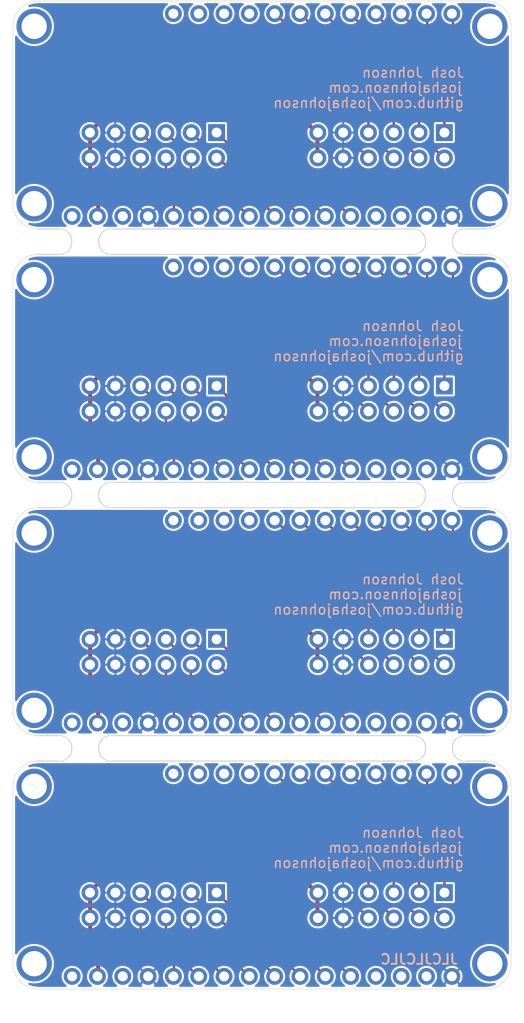
<source format=kicad_pcb>
(kicad_pcb (version 20171130) (host pcbnew "(5.1.2)-1")
  (layers (0 F.Cu signal) (31 B.Cu signal) (34 B.Paste user) (35 F.Paste user) (36 B.SilkS user) (37 F.SilkS user) (38 B.Mask user) (39 F.Mask user) (44 Edge.Cuts user))
  (net 0 "")
  (net 1 +3V3)
  (net 2 GND)
  (net 3 /P1_10)
  (net 4 /P1_4)
  (net 5 /P1_9)
  (net 6 /P1_3)
  (net 7 /P1_8)
  (net 8 /P1_2)
  (net 9 /P1_7)
  (net 10 /P1_1)
  (net 11 /P2_10)
  (net 12 /P2_4)
  (net 13 /P2_9)
  (net 14 /P2_3)
  (net 15 /P2_8)
  (net 16 /P2_2)
  (net 17 /P2_7)
  (net 18 /P2_1)
  (net 19 "Net-(J1-Pad3)")
  (net 20 "Net-(J1-Pad13)")
  (net 21 "Net-(J1-Pad14)")
  (net 22 "Net-(J1-Pad15)")
  (net 23 "Net-(J1-Pad1)")
  (net 24 "Net-(J1-Pad28)")
  (net 25 "Net-(J1-Pad27)")
  (net 26 "Net-(J1-Pad26)")
  (net 27 "Net-(J1-Pad25)")
  (module josh-logos:josh-details (layer B.Cu) (at 126.1 141.8 180)
    (fp_text reference REF**)
    (fp_text value "Josh Details")
    (fp_text user "Josh Johnson" (at 0.2 1 180) (layer B.SilkS) (effects (justify mirror)))
    (fp_text user joshajohnson.com (at 2 -0.5) (layer B.SilkS) (effects (justify mirror)))
    (fp_text user github.com/joshajohnson (at 4.6736 -2.032) (layer B.SilkS) (effects (justify mirror)))
  )
  (module josh-logos:josh-details (layer B.Cu) (at 126.1 116.4 180)
    (fp_text reference REF**)
    (fp_text value "Josh Details")
    (fp_text user "Josh Johnson" (at 0.2 1 180) (layer B.SilkS) (effects (justify mirror)))
    (fp_text user joshajohnson.com (at 2 -0.5) (layer B.SilkS) (effects (justify mirror)))
    (fp_text user github.com/joshajohnson (at 4.6736 -2.032) (layer B.SilkS) (effects (justify mirror)))
  )
  (module josh-logos:josh-details (layer B.Cu) (at 126.1 91 180)
    (fp_text reference REF**)
    (fp_text value "Josh Details")
    (fp_text user "Josh Johnson" (at 0.2 1 180) (layer B.SilkS) (effects (justify mirror)))
    (fp_text user joshajohnson.com (at 2 -0.5) (layer B.SilkS) (effects (justify mirror)))
    (fp_text user github.com/joshajohnson (at 4.6736 -2.032) (layer B.SilkS) (effects (justify mirror)))
  )
  (module josh-connectors:PMOD_HOST (layer F.Cu) (at 99.822 152.146 270)
    (fp_text reference J3 hide)
    (fp_text value PMOD)
    (pad 7 thru_hole oval (at -2.7908 -6.36044 90) (size 1.7 1.7) (drill 1) (layers *.Cu *.Mask) (net 9 /P1_7))
    (pad 6 thru_hole oval (at -5.3308 6.33956 90) (size 1.7 1.7) (drill 1) (layers *.Cu *.Mask) (net 1 +3V3))
    (pad 8 thru_hole oval (at -2.7908 -3.82044 90) (size 1.7 1.7) (drill 1) (layers *.Cu *.Mask) (net 7 /P1_8))
    (pad 2 thru_hole oval (at -5.3308 -3.82044 90) (size 1.7 1.7) (drill 1) (layers *.Cu *.Mask) (net 8 /P1_2))
    (pad 9 thru_hole oval (at -2.7908 -1.28044 90) (size 1.7 1.7) (drill 1) (layers *.Cu *.Mask) (net 5 /P1_9))
    (pad 3 thru_hole oval (at -5.3308 -1.28044 90) (size 1.7 1.7) (drill 1) (layers *.Cu *.Mask) (net 6 /P1_3))
    (pad 10 thru_hole oval (at -2.7908 1.25956 90) (size 1.7 1.7) (drill 1) (layers *.Cu *.Mask) (net 3 /P1_10))
    (pad 4 thru_hole oval (at -5.3308 1.25956 90) (size 1.7 1.7) (drill 1) (layers *.Cu *.Mask) (net 4 /P1_4))
    (pad 11 thru_hole oval (at -2.7908 3.79956 90) (size 1.7 1.7) (drill 1) (layers *.Cu *.Mask) (net 2 GND))
    (pad 5 thru_hole oval (at -5.3308 3.79956 90) (size 1.7 1.7) (drill 1) (layers *.Cu *.Mask) (net 2 GND))
    (pad 12 thru_hole oval (at -2.7908 6.33956 90) (size 1.7 1.7) (drill 1) (layers *.Cu *.Mask) (net 1 +3V3))
    (pad 1 thru_hole rect (at -5.3308 -6.36044 90) (size 1.7 1.7) (drill 1) (layers *.Cu *.Mask) (net 10 /P1_1))
  )
  (module josh-connectors:PMOD_HOST (layer F.Cu) (at 99.822 126.746 270)
    (fp_text reference J3 hide)
    (fp_text value PMOD)
    (pad 7 thru_hole oval (at -2.7908 -6.36044 90) (size 1.7 1.7) (drill 1) (layers *.Cu *.Mask) (net 9 /P1_7))
    (pad 6 thru_hole oval (at -5.3308 6.33956 90) (size 1.7 1.7) (drill 1) (layers *.Cu *.Mask) (net 1 +3V3))
    (pad 8 thru_hole oval (at -2.7908 -3.82044 90) (size 1.7 1.7) (drill 1) (layers *.Cu *.Mask) (net 7 /P1_8))
    (pad 2 thru_hole oval (at -5.3308 -3.82044 90) (size 1.7 1.7) (drill 1) (layers *.Cu *.Mask) (net 8 /P1_2))
    (pad 9 thru_hole oval (at -2.7908 -1.28044 90) (size 1.7 1.7) (drill 1) (layers *.Cu *.Mask) (net 5 /P1_9))
    (pad 3 thru_hole oval (at -5.3308 -1.28044 90) (size 1.7 1.7) (drill 1) (layers *.Cu *.Mask) (net 6 /P1_3))
    (pad 10 thru_hole oval (at -2.7908 1.25956 90) (size 1.7 1.7) (drill 1) (layers *.Cu *.Mask) (net 3 /P1_10))
    (pad 4 thru_hole oval (at -5.3308 1.25956 90) (size 1.7 1.7) (drill 1) (layers *.Cu *.Mask) (net 4 /P1_4))
    (pad 11 thru_hole oval (at -2.7908 3.79956 90) (size 1.7 1.7) (drill 1) (layers *.Cu *.Mask) (net 2 GND))
    (pad 5 thru_hole oval (at -5.3308 3.79956 90) (size 1.7 1.7) (drill 1) (layers *.Cu *.Mask) (net 2 GND))
    (pad 12 thru_hole oval (at -2.7908 6.33956 90) (size 1.7 1.7) (drill 1) (layers *.Cu *.Mask) (net 1 +3V3))
    (pad 1 thru_hole rect (at -5.3308 -6.36044 90) (size 1.7 1.7) (drill 1) (layers *.Cu *.Mask) (net 10 /P1_1))
  )
  (module josh-connectors:PMOD_HOST (layer F.Cu) (at 99.822 101.346 270)
    (fp_text reference J3 hide)
    (fp_text value PMOD)
    (pad 7 thru_hole oval (at -2.7908 -6.36044 90) (size 1.7 1.7) (drill 1) (layers *.Cu *.Mask) (net 9 /P1_7))
    (pad 6 thru_hole oval (at -5.3308 6.33956 90) (size 1.7 1.7) (drill 1) (layers *.Cu *.Mask) (net 1 +3V3))
    (pad 8 thru_hole oval (at -2.7908 -3.82044 90) (size 1.7 1.7) (drill 1) (layers *.Cu *.Mask) (net 7 /P1_8))
    (pad 2 thru_hole oval (at -5.3308 -3.82044 90) (size 1.7 1.7) (drill 1) (layers *.Cu *.Mask) (net 8 /P1_2))
    (pad 9 thru_hole oval (at -2.7908 -1.28044 90) (size 1.7 1.7) (drill 1) (layers *.Cu *.Mask) (net 5 /P1_9))
    (pad 3 thru_hole oval (at -5.3308 -1.28044 90) (size 1.7 1.7) (drill 1) (layers *.Cu *.Mask) (net 6 /P1_3))
    (pad 10 thru_hole oval (at -2.7908 1.25956 90) (size 1.7 1.7) (drill 1) (layers *.Cu *.Mask) (net 3 /P1_10))
    (pad 4 thru_hole oval (at -5.3308 1.25956 90) (size 1.7 1.7) (drill 1) (layers *.Cu *.Mask) (net 4 /P1_4))
    (pad 11 thru_hole oval (at -2.7908 3.79956 90) (size 1.7 1.7) (drill 1) (layers *.Cu *.Mask) (net 2 GND))
    (pad 5 thru_hole oval (at -5.3308 3.79956 90) (size 1.7 1.7) (drill 1) (layers *.Cu *.Mask) (net 2 GND))
    (pad 12 thru_hole oval (at -2.7908 6.33956 90) (size 1.7 1.7) (drill 1) (layers *.Cu *.Mask) (net 1 +3V3))
    (pad 1 thru_hole rect (at -5.3308 -6.36044 90) (size 1.7 1.7) (drill 1) (layers *.Cu *.Mask) (net 10 /P1_1))
  )
  (module josh-connectors:featherwing (layer F.Cu) (at 110.74 145.05)
    (fp_text reference J1)
    (fp_text value Feather)
    (fp_line (start 24.993132 8.938762) (end 24.9936 -8.89) (layer Edge.Cuts) (width 0.05))
    (fp_line (start -24.9936 -8.89) (end -24.9936 8.89) (layer Edge.Cuts) (width 0.05))
    (fp_arc (start 22.4536 -8.89) (end 22.4536 -11.43) (angle 90) (layer Edge.Cuts) (width 0.05))
    (fp_arc (start 22.4536 8.89) (end 22.4536 11.43) (angle -88.9) (layer Edge.Cuts) (width 0.05))
    (fp_arc (start -22.4536 8.89) (end -22.4536 11.43) (angle 90) (layer Edge.Cuts) (width 0.05))
    (fp_arc (start -22.4536 -8.89) (end -24.9936 -8.89) (angle 90) (layer Edge.Cuts) (width 0.05))
    (pad "" np_thru_hole circle (at 22.86 8.89) (size 3.556 3.556) (drill 2.54) (layers *.Cu *.Mask))
    (pad "" np_thru_hole circle (at -22.86 8.89) (size 3.556 3.556) (drill 2.54) (layers *.Cu *.Mask))
    (pad "" np_thru_hole circle (at 22.86 -8.89) (size 3.556 3.556) (drill 2.54) (layers *.Cu *.Mask))
    (pad "" np_thru_hole circle (at -22.86 -8.89) (size 3.556 3.556) (drill 2.54) (layers *.Cu *.Mask))
    (pad 17 thru_hole circle (at 19.05 -10.16) (size 1.7 1.7) (drill 1) (layers *.Cu *.Mask) (net 18 /P2_1))
    (pad 18 thru_hole circle (at 16.51 -10.16) (size 1.7 1.7) (drill 1) (layers *.Cu *.Mask) (net 17 /P2_7))
    (pad 19 thru_hole circle (at 13.97 -10.16) (size 1.7 1.7) (drill 1) (layers *.Cu *.Mask) (net 16 /P2_2))
    (pad 20 thru_hole circle (at 11.43 -10.16) (size 1.7 1.7) (drill 1) (layers *.Cu *.Mask) (net 15 /P2_8))
    (pad 21 thru_hole circle (at 8.89 -10.16) (size 1.7 1.7) (drill 1) (layers *.Cu *.Mask) (net 14 /P2_3))
    (pad 22 thru_hole circle (at 6.35 -10.16) (size 1.7 1.7) (drill 1) (layers *.Cu *.Mask) (net 13 /P2_9))
    (pad 23 thru_hole circle (at 3.81 -10.16) (size 1.7 1.7) (drill 1) (layers *.Cu *.Mask) (net 12 /P2_4))
    (pad 24 thru_hole circle (at 1.27 -10.16) (size 1.7 1.7) (drill 1) (layers *.Cu *.Mask) (net 11 /P2_10))
    (pad 25 thru_hole circle (at -1.27 -10.16) (size 1.7 1.7) (drill 1) (layers *.Cu *.Mask) (net 27 "Net-(J1-Pad25)"))
    (pad 26 thru_hole circle (at -3.81 -10.16) (size 1.7 1.7) (drill 1) (layers *.Cu *.Mask) (net 26 "Net-(J1-Pad26)"))
    (pad 27 thru_hole circle (at -6.35 -10.16) (size 1.7 1.7) (drill 1) (layers *.Cu *.Mask) (net 25 "Net-(J1-Pad27)"))
    (pad 28 thru_hole circle (at -8.89 -10.16) (size 1.7 1.7) (drill 1) (layers *.Cu *.Mask) (net 24 "Net-(J1-Pad28)"))
    (pad 16 thru_hole circle (at 19.05 10.16) (size 1.7 1.7) (drill 1) (layers *.Cu *.Mask) (net 2 GND))
    (pad 1 thru_hole circle (at -19.05 10.16) (size 1.7 1.7) (drill 1) (layers *.Cu *.Mask) (net 23 "Net-(J1-Pad1)"))
    (pad 15 thru_hole circle (at 16.51 10.16) (size 1.7 1.7) (drill 1) (layers *.Cu *.Mask) (net 22 "Net-(J1-Pad15)"))
    (pad 14 thru_hole circle (at 13.97 10.16) (size 1.7 1.7) (drill 1) (layers *.Cu *.Mask) (net 21 "Net-(J1-Pad14)"))
    (pad 13 thru_hole circle (at 11.43 10.16) (size 1.7 1.7) (drill 1) (layers *.Cu *.Mask) (net 20 "Net-(J1-Pad13)"))
    (pad 12 thru_hole circle (at 8.89 10.16) (size 1.7 1.7) (drill 1) (layers *.Cu *.Mask) (net 10 /P1_1))
    (pad 11 thru_hole circle (at 6.35 10.16) (size 1.7 1.7) (drill 1) (layers *.Cu *.Mask) (net 9 /P1_7))
    (pad 10 thru_hole circle (at 3.81 10.16) (size 1.7 1.7) (drill 1) (layers *.Cu *.Mask) (net 8 /P1_2))
    (pad 9 thru_hole circle (at 1.27 10.16) (size 1.7 1.7) (drill 1) (layers *.Cu *.Mask) (net 7 /P1_8))
    (pad 8 thru_hole circle (at -1.27 10.16) (size 1.7 1.7) (drill 1) (layers *.Cu *.Mask) (net 6 /P1_3))
    (pad 7 thru_hole circle (at -3.81 10.16) (size 1.7 1.7) (drill 1) (layers *.Cu *.Mask) (net 5 /P1_9))
    (pad 6 thru_hole circle (at -6.35 10.16) (size 1.7 1.7) (drill 1) (layers *.Cu *.Mask) (net 4 /P1_4))
    (pad 5 thru_hole circle (at -8.89 10.16) (size 1.7 1.7) (drill 1) (layers *.Cu *.Mask) (net 3 /P1_10))
    (pad 4 thru_hole circle (at -11.43 10.16) (size 1.7 1.7) (drill 1) (layers *.Cu *.Mask) (net 2 GND))
    (pad 3 thru_hole circle (at -13.97 10.16) (size 1.7 1.7) (drill 1) (layers *.Cu *.Mask) (net 19 "Net-(J1-Pad3)"))
    (pad 2 thru_hole circle (at -16.51 10.16) (size 1.7 1.7) (drill 1) (layers *.Cu *.Mask) (net 1 +3V3))
  )
  (module josh-connectors:featherwing (layer F.Cu) (at 110.74 119.65)
    (fp_text reference J1)
    (fp_text value Feather)
    (fp_line (start 24.993132 8.938762) (end 24.9936 -8.89) (layer Edge.Cuts) (width 0.05))
    (fp_line (start -24.9936 -8.89) (end -24.9936 8.89) (layer Edge.Cuts) (width 0.05))
    (fp_arc (start 22.4536 -8.89) (end 22.4536 -11.43) (angle 90) (layer Edge.Cuts) (width 0.05))
    (fp_arc (start 22.4536 8.89) (end 22.4536 11.43) (angle -88.9) (layer Edge.Cuts) (width 0.05))
    (fp_arc (start -22.4536 8.89) (end -22.4536 11.43) (angle 90) (layer Edge.Cuts) (width 0.05))
    (fp_arc (start -22.4536 -8.89) (end -24.9936 -8.89) (angle 90) (layer Edge.Cuts) (width 0.05))
    (pad "" np_thru_hole circle (at 22.86 8.89) (size 3.556 3.556) (drill 2.54) (layers *.Cu *.Mask))
    (pad "" np_thru_hole circle (at -22.86 8.89) (size 3.556 3.556) (drill 2.54) (layers *.Cu *.Mask))
    (pad "" np_thru_hole circle (at 22.86 -8.89) (size 3.556 3.556) (drill 2.54) (layers *.Cu *.Mask))
    (pad "" np_thru_hole circle (at -22.86 -8.89) (size 3.556 3.556) (drill 2.54) (layers *.Cu *.Mask))
    (pad 17 thru_hole circle (at 19.05 -10.16) (size 1.7 1.7) (drill 1) (layers *.Cu *.Mask) (net 18 /P2_1))
    (pad 18 thru_hole circle (at 16.51 -10.16) (size 1.7 1.7) (drill 1) (layers *.Cu *.Mask) (net 17 /P2_7))
    (pad 19 thru_hole circle (at 13.97 -10.16) (size 1.7 1.7) (drill 1) (layers *.Cu *.Mask) (net 16 /P2_2))
    (pad 20 thru_hole circle (at 11.43 -10.16) (size 1.7 1.7) (drill 1) (layers *.Cu *.Mask) (net 15 /P2_8))
    (pad 21 thru_hole circle (at 8.89 -10.16) (size 1.7 1.7) (drill 1) (layers *.Cu *.Mask) (net 14 /P2_3))
    (pad 22 thru_hole circle (at 6.35 -10.16) (size 1.7 1.7) (drill 1) (layers *.Cu *.Mask) (net 13 /P2_9))
    (pad 23 thru_hole circle (at 3.81 -10.16) (size 1.7 1.7) (drill 1) (layers *.Cu *.Mask) (net 12 /P2_4))
    (pad 24 thru_hole circle (at 1.27 -10.16) (size 1.7 1.7) (drill 1) (layers *.Cu *.Mask) (net 11 /P2_10))
    (pad 25 thru_hole circle (at -1.27 -10.16) (size 1.7 1.7) (drill 1) (layers *.Cu *.Mask) (net 27 "Net-(J1-Pad25)"))
    (pad 26 thru_hole circle (at -3.81 -10.16) (size 1.7 1.7) (drill 1) (layers *.Cu *.Mask) (net 26 "Net-(J1-Pad26)"))
    (pad 27 thru_hole circle (at -6.35 -10.16) (size 1.7 1.7) (drill 1) (layers *.Cu *.Mask) (net 25 "Net-(J1-Pad27)"))
    (pad 28 thru_hole circle (at -8.89 -10.16) (size 1.7 1.7) (drill 1) (layers *.Cu *.Mask) (net 24 "Net-(J1-Pad28)"))
    (pad 16 thru_hole circle (at 19.05 10.16) (size 1.7 1.7) (drill 1) (layers *.Cu *.Mask) (net 2 GND))
    (pad 1 thru_hole circle (at -19.05 10.16) (size 1.7 1.7) (drill 1) (layers *.Cu *.Mask) (net 23 "Net-(J1-Pad1)"))
    (pad 15 thru_hole circle (at 16.51 10.16) (size 1.7 1.7) (drill 1) (layers *.Cu *.Mask) (net 22 "Net-(J1-Pad15)"))
    (pad 14 thru_hole circle (at 13.97 10.16) (size 1.7 1.7) (drill 1) (layers *.Cu *.Mask) (net 21 "Net-(J1-Pad14)"))
    (pad 13 thru_hole circle (at 11.43 10.16) (size 1.7 1.7) (drill 1) (layers *.Cu *.Mask) (net 20 "Net-(J1-Pad13)"))
    (pad 12 thru_hole circle (at 8.89 10.16) (size 1.7 1.7) (drill 1) (layers *.Cu *.Mask) (net 10 /P1_1))
    (pad 11 thru_hole circle (at 6.35 10.16) (size 1.7 1.7) (drill 1) (layers *.Cu *.Mask) (net 9 /P1_7))
    (pad 10 thru_hole circle (at 3.81 10.16) (size 1.7 1.7) (drill 1) (layers *.Cu *.Mask) (net 8 /P1_2))
    (pad 9 thru_hole circle (at 1.27 10.16) (size 1.7 1.7) (drill 1) (layers *.Cu *.Mask) (net 7 /P1_8))
    (pad 8 thru_hole circle (at -1.27 10.16) (size 1.7 1.7) (drill 1) (layers *.Cu *.Mask) (net 6 /P1_3))
    (pad 7 thru_hole circle (at -3.81 10.16) (size 1.7 1.7) (drill 1) (layers *.Cu *.Mask) (net 5 /P1_9))
    (pad 6 thru_hole circle (at -6.35 10.16) (size 1.7 1.7) (drill 1) (layers *.Cu *.Mask) (net 4 /P1_4))
    (pad 5 thru_hole circle (at -8.89 10.16) (size 1.7 1.7) (drill 1) (layers *.Cu *.Mask) (net 3 /P1_10))
    (pad 4 thru_hole circle (at -11.43 10.16) (size 1.7 1.7) (drill 1) (layers *.Cu *.Mask) (net 2 GND))
    (pad 3 thru_hole circle (at -13.97 10.16) (size 1.7 1.7) (drill 1) (layers *.Cu *.Mask) (net 19 "Net-(J1-Pad3)"))
    (pad 2 thru_hole circle (at -16.51 10.16) (size 1.7 1.7) (drill 1) (layers *.Cu *.Mask) (net 1 +3V3))
  )
  (module josh-connectors:featherwing (layer F.Cu) (at 110.74 94.25)
    (fp_text reference J1)
    (fp_text value Feather)
    (fp_line (start 24.993132 8.938762) (end 24.9936 -8.89) (layer Edge.Cuts) (width 0.05))
    (fp_line (start -24.9936 -8.89) (end -24.9936 8.89) (layer Edge.Cuts) (width 0.05))
    (fp_arc (start 22.4536 -8.89) (end 22.4536 -11.43) (angle 90) (layer Edge.Cuts) (width 0.05))
    (fp_arc (start 22.4536 8.89) (end 22.4536 11.43) (angle -88.9) (layer Edge.Cuts) (width 0.05))
    (fp_arc (start -22.4536 8.89) (end -22.4536 11.43) (angle 90) (layer Edge.Cuts) (width 0.05))
    (fp_arc (start -22.4536 -8.89) (end -24.9936 -8.89) (angle 90) (layer Edge.Cuts) (width 0.05))
    (pad "" np_thru_hole circle (at 22.86 8.89) (size 3.556 3.556) (drill 2.54) (layers *.Cu *.Mask))
    (pad "" np_thru_hole circle (at -22.86 8.89) (size 3.556 3.556) (drill 2.54) (layers *.Cu *.Mask))
    (pad "" np_thru_hole circle (at 22.86 -8.89) (size 3.556 3.556) (drill 2.54) (layers *.Cu *.Mask))
    (pad "" np_thru_hole circle (at -22.86 -8.89) (size 3.556 3.556) (drill 2.54) (layers *.Cu *.Mask))
    (pad 17 thru_hole circle (at 19.05 -10.16) (size 1.7 1.7) (drill 1) (layers *.Cu *.Mask) (net 18 /P2_1))
    (pad 18 thru_hole circle (at 16.51 -10.16) (size 1.7 1.7) (drill 1) (layers *.Cu *.Mask) (net 17 /P2_7))
    (pad 19 thru_hole circle (at 13.97 -10.16) (size 1.7 1.7) (drill 1) (layers *.Cu *.Mask) (net 16 /P2_2))
    (pad 20 thru_hole circle (at 11.43 -10.16) (size 1.7 1.7) (drill 1) (layers *.Cu *.Mask) (net 15 /P2_8))
    (pad 21 thru_hole circle (at 8.89 -10.16) (size 1.7 1.7) (drill 1) (layers *.Cu *.Mask) (net 14 /P2_3))
    (pad 22 thru_hole circle (at 6.35 -10.16) (size 1.7 1.7) (drill 1) (layers *.Cu *.Mask) (net 13 /P2_9))
    (pad 23 thru_hole circle (at 3.81 -10.16) (size 1.7 1.7) (drill 1) (layers *.Cu *.Mask) (net 12 /P2_4))
    (pad 24 thru_hole circle (at 1.27 -10.16) (size 1.7 1.7) (drill 1) (layers *.Cu *.Mask) (net 11 /P2_10))
    (pad 25 thru_hole circle (at -1.27 -10.16) (size 1.7 1.7) (drill 1) (layers *.Cu *.Mask) (net 27 "Net-(J1-Pad25)"))
    (pad 26 thru_hole circle (at -3.81 -10.16) (size 1.7 1.7) (drill 1) (layers *.Cu *.Mask) (net 26 "Net-(J1-Pad26)"))
    (pad 27 thru_hole circle (at -6.35 -10.16) (size 1.7 1.7) (drill 1) (layers *.Cu *.Mask) (net 25 "Net-(J1-Pad27)"))
    (pad 28 thru_hole circle (at -8.89 -10.16) (size 1.7 1.7) (drill 1) (layers *.Cu *.Mask) (net 24 "Net-(J1-Pad28)"))
    (pad 16 thru_hole circle (at 19.05 10.16) (size 1.7 1.7) (drill 1) (layers *.Cu *.Mask) (net 2 GND))
    (pad 1 thru_hole circle (at -19.05 10.16) (size 1.7 1.7) (drill 1) (layers *.Cu *.Mask) (net 23 "Net-(J1-Pad1)"))
    (pad 15 thru_hole circle (at 16.51 10.16) (size 1.7 1.7) (drill 1) (layers *.Cu *.Mask) (net 22 "Net-(J1-Pad15)"))
    (pad 14 thru_hole circle (at 13.97 10.16) (size 1.7 1.7) (drill 1) (layers *.Cu *.Mask) (net 21 "Net-(J1-Pad14)"))
    (pad 13 thru_hole circle (at 11.43 10.16) (size 1.7 1.7) (drill 1) (layers *.Cu *.Mask) (net 20 "Net-(J1-Pad13)"))
    (pad 12 thru_hole circle (at 8.89 10.16) (size 1.7 1.7) (drill 1) (layers *.Cu *.Mask) (net 10 /P1_1))
    (pad 11 thru_hole circle (at 6.35 10.16) (size 1.7 1.7) (drill 1) (layers *.Cu *.Mask) (net 9 /P1_7))
    (pad 10 thru_hole circle (at 3.81 10.16) (size 1.7 1.7) (drill 1) (layers *.Cu *.Mask) (net 8 /P1_2))
    (pad 9 thru_hole circle (at 1.27 10.16) (size 1.7 1.7) (drill 1) (layers *.Cu *.Mask) (net 7 /P1_8))
    (pad 8 thru_hole circle (at -1.27 10.16) (size 1.7 1.7) (drill 1) (layers *.Cu *.Mask) (net 6 /P1_3))
    (pad 7 thru_hole circle (at -3.81 10.16) (size 1.7 1.7) (drill 1) (layers *.Cu *.Mask) (net 5 /P1_9))
    (pad 6 thru_hole circle (at -6.35 10.16) (size 1.7 1.7) (drill 1) (layers *.Cu *.Mask) (net 4 /P1_4))
    (pad 5 thru_hole circle (at -8.89 10.16) (size 1.7 1.7) (drill 1) (layers *.Cu *.Mask) (net 3 /P1_10))
    (pad 4 thru_hole circle (at -11.43 10.16) (size 1.7 1.7) (drill 1) (layers *.Cu *.Mask) (net 2 GND))
    (pad 3 thru_hole circle (at -13.97 10.16) (size 1.7 1.7) (drill 1) (layers *.Cu *.Mask) (net 19 "Net-(J1-Pad3)"))
    (pad 2 thru_hole circle (at -16.51 10.16) (size 1.7 1.7) (drill 1) (layers *.Cu *.Mask) (net 1 +3V3))
  )
  (module josh-connectors:PMOD_HOST (layer F.Cu) (at 122.682 152.146 270)
    (fp_text reference J2 hide)
    (fp_text value PMOD)
    (pad 7 thru_hole oval (at -2.7908 -6.36044 90) (size 1.7 1.7) (drill 1) (layers *.Cu *.Mask) (net 17 /P2_7))
    (pad 6 thru_hole oval (at -5.3308 6.33956 90) (size 1.7 1.7) (drill 1) (layers *.Cu *.Mask) (net 1 +3V3))
    (pad 8 thru_hole oval (at -2.7908 -3.82044 90) (size 1.7 1.7) (drill 1) (layers *.Cu *.Mask) (net 15 /P2_8))
    (pad 2 thru_hole oval (at -5.3308 -3.82044 90) (size 1.7 1.7) (drill 1) (layers *.Cu *.Mask) (net 16 /P2_2))
    (pad 9 thru_hole oval (at -2.7908 -1.28044 90) (size 1.7 1.7) (drill 1) (layers *.Cu *.Mask) (net 13 /P2_9))
    (pad 3 thru_hole oval (at -5.3308 -1.28044 90) (size 1.7 1.7) (drill 1) (layers *.Cu *.Mask) (net 14 /P2_3))
    (pad 10 thru_hole oval (at -2.7908 1.25956 90) (size 1.7 1.7) (drill 1) (layers *.Cu *.Mask) (net 11 /P2_10))
    (pad 4 thru_hole oval (at -5.3308 1.25956 90) (size 1.7 1.7) (drill 1) (layers *.Cu *.Mask) (net 12 /P2_4))
    (pad 11 thru_hole oval (at -2.7908 3.79956 90) (size 1.7 1.7) (drill 1) (layers *.Cu *.Mask) (net 2 GND))
    (pad 5 thru_hole oval (at -5.3308 3.79956 90) (size 1.7 1.7) (drill 1) (layers *.Cu *.Mask) (net 2 GND))
    (pad 12 thru_hole oval (at -2.7908 6.33956 90) (size 1.7 1.7) (drill 1) (layers *.Cu *.Mask) (net 1 +3V3))
    (pad 1 thru_hole rect (at -5.3308 -6.36044 90) (size 1.7 1.7) (drill 1) (layers *.Cu *.Mask) (net 18 /P2_1))
  )
  (module josh-connectors:PMOD_HOST (layer F.Cu) (at 122.682 126.746 270)
    (fp_text reference J2 hide)
    (fp_text value PMOD)
    (pad 7 thru_hole oval (at -2.7908 -6.36044 90) (size 1.7 1.7) (drill 1) (layers *.Cu *.Mask) (net 17 /P2_7))
    (pad 6 thru_hole oval (at -5.3308 6.33956 90) (size 1.7 1.7) (drill 1) (layers *.Cu *.Mask) (net 1 +3V3))
    (pad 8 thru_hole oval (at -2.7908 -3.82044 90) (size 1.7 1.7) (drill 1) (layers *.Cu *.Mask) (net 15 /P2_8))
    (pad 2 thru_hole oval (at -5.3308 -3.82044 90) (size 1.7 1.7) (drill 1) (layers *.Cu *.Mask) (net 16 /P2_2))
    (pad 9 thru_hole oval (at -2.7908 -1.28044 90) (size 1.7 1.7) (drill 1) (layers *.Cu *.Mask) (net 13 /P2_9))
    (pad 3 thru_hole oval (at -5.3308 -1.28044 90) (size 1.7 1.7) (drill 1) (layers *.Cu *.Mask) (net 14 /P2_3))
    (pad 10 thru_hole oval (at -2.7908 1.25956 90) (size 1.7 1.7) (drill 1) (layers *.Cu *.Mask) (net 11 /P2_10))
    (pad 4 thru_hole oval (at -5.3308 1.25956 90) (size 1.7 1.7) (drill 1) (layers *.Cu *.Mask) (net 12 /P2_4))
    (pad 11 thru_hole oval (at -2.7908 3.79956 90) (size 1.7 1.7) (drill 1) (layers *.Cu *.Mask) (net 2 GND))
    (pad 5 thru_hole oval (at -5.3308 3.79956 90) (size 1.7 1.7) (drill 1) (layers *.Cu *.Mask) (net 2 GND))
    (pad 12 thru_hole oval (at -2.7908 6.33956 90) (size 1.7 1.7) (drill 1) (layers *.Cu *.Mask) (net 1 +3V3))
    (pad 1 thru_hole rect (at -5.3308 -6.36044 90) (size 1.7 1.7) (drill 1) (layers *.Cu *.Mask) (net 18 /P2_1))
  )
  (module josh-connectors:PMOD_HOST (layer F.Cu) (at 122.682 101.346 270)
    (fp_text reference J2 hide)
    (fp_text value PMOD)
    (pad 7 thru_hole oval (at -2.7908 -6.36044 90) (size 1.7 1.7) (drill 1) (layers *.Cu *.Mask) (net 17 /P2_7))
    (pad 6 thru_hole oval (at -5.3308 6.33956 90) (size 1.7 1.7) (drill 1) (layers *.Cu *.Mask) (net 1 +3V3))
    (pad 8 thru_hole oval (at -2.7908 -3.82044 90) (size 1.7 1.7) (drill 1) (layers *.Cu *.Mask) (net 15 /P2_8))
    (pad 2 thru_hole oval (at -5.3308 -3.82044 90) (size 1.7 1.7) (drill 1) (layers *.Cu *.Mask) (net 16 /P2_2))
    (pad 9 thru_hole oval (at -2.7908 -1.28044 90) (size 1.7 1.7) (drill 1) (layers *.Cu *.Mask) (net 13 /P2_9))
    (pad 3 thru_hole oval (at -5.3308 -1.28044 90) (size 1.7 1.7) (drill 1) (layers *.Cu *.Mask) (net 14 /P2_3))
    (pad 10 thru_hole oval (at -2.7908 1.25956 90) (size 1.7 1.7) (drill 1) (layers *.Cu *.Mask) (net 11 /P2_10))
    (pad 4 thru_hole oval (at -5.3308 1.25956 90) (size 1.7 1.7) (drill 1) (layers *.Cu *.Mask) (net 12 /P2_4))
    (pad 11 thru_hole oval (at -2.7908 3.79956 90) (size 1.7 1.7) (drill 1) (layers *.Cu *.Mask) (net 2 GND))
    (pad 5 thru_hole oval (at -5.3308 3.79956 90) (size 1.7 1.7) (drill 1) (layers *.Cu *.Mask) (net 2 GND))
    (pad 12 thru_hole oval (at -2.7908 6.33956 90) (size 1.7 1.7) (drill 1) (layers *.Cu *.Mask) (net 1 +3V3))
    (pad 1 thru_hole rect (at -5.3308 -6.36044 90) (size 1.7 1.7) (drill 1) (layers *.Cu *.Mask) (net 18 /P2_1))
  )
  (module josh-connectors:featherwing (layer F.Cu) (at 110.74 68.85)
    (fp_text reference J1)
    (fp_text value Feather)
    (fp_arc (start -22.4536 -8.89) (end -24.9936 -8.89) (angle 90) (layer Edge.Cuts) (width 0.05))
    (fp_arc (start -22.4536 8.89) (end -22.4536 11.43) (angle 90) (layer Edge.Cuts) (width 0.05))
    (fp_arc (start 22.4536 8.89) (end 22.4536 11.43) (angle -88.9) (layer Edge.Cuts) (width 0.05))
    (fp_arc (start 22.4536 -8.89) (end 22.4536 -11.43) (angle 90) (layer Edge.Cuts) (width 0.05))
    (fp_line (start -24.9936 -8.89) (end -24.9936 8.89) (layer Edge.Cuts) (width 0.05))
    (fp_line (start 24.993132 8.938762) (end 24.9936 -8.89) (layer Edge.Cuts) (width 0.05))
    (pad 2 thru_hole circle (at -16.51 10.16) (size 1.7 1.7) (drill 1) (layers *.Cu *.Mask) (net 1 +3V3))
    (pad 3 thru_hole circle (at -13.97 10.16) (size 1.7 1.7) (drill 1) (layers *.Cu *.Mask) (net 19 "Net-(J1-Pad3)"))
    (pad 4 thru_hole circle (at -11.43 10.16) (size 1.7 1.7) (drill 1) (layers *.Cu *.Mask) (net 2 GND))
    (pad 5 thru_hole circle (at -8.89 10.16) (size 1.7 1.7) (drill 1) (layers *.Cu *.Mask) (net 3 /P1_10))
    (pad 6 thru_hole circle (at -6.35 10.16) (size 1.7 1.7) (drill 1) (layers *.Cu *.Mask) (net 4 /P1_4))
    (pad 7 thru_hole circle (at -3.81 10.16) (size 1.7 1.7) (drill 1) (layers *.Cu *.Mask) (net 5 /P1_9))
    (pad 8 thru_hole circle (at -1.27 10.16) (size 1.7 1.7) (drill 1) (layers *.Cu *.Mask) (net 6 /P1_3))
    (pad 9 thru_hole circle (at 1.27 10.16) (size 1.7 1.7) (drill 1) (layers *.Cu *.Mask) (net 7 /P1_8))
    (pad 10 thru_hole circle (at 3.81 10.16) (size 1.7 1.7) (drill 1) (layers *.Cu *.Mask) (net 8 /P1_2))
    (pad 11 thru_hole circle (at 6.35 10.16) (size 1.7 1.7) (drill 1) (layers *.Cu *.Mask) (net 9 /P1_7))
    (pad 12 thru_hole circle (at 8.89 10.16) (size 1.7 1.7) (drill 1) (layers *.Cu *.Mask) (net 10 /P1_1))
    (pad 13 thru_hole circle (at 11.43 10.16) (size 1.7 1.7) (drill 1) (layers *.Cu *.Mask) (net 20 "Net-(J1-Pad13)"))
    (pad 14 thru_hole circle (at 13.97 10.16) (size 1.7 1.7) (drill 1) (layers *.Cu *.Mask) (net 21 "Net-(J1-Pad14)"))
    (pad 15 thru_hole circle (at 16.51 10.16) (size 1.7 1.7) (drill 1) (layers *.Cu *.Mask) (net 22 "Net-(J1-Pad15)"))
    (pad 1 thru_hole circle (at -19.05 10.16) (size 1.7 1.7) (drill 1) (layers *.Cu *.Mask) (net 23 "Net-(J1-Pad1)"))
    (pad 16 thru_hole circle (at 19.05 10.16) (size 1.7 1.7) (drill 1) (layers *.Cu *.Mask) (net 2 GND))
    (pad 28 thru_hole circle (at -8.89 -10.16) (size 1.7 1.7) (drill 1) (layers *.Cu *.Mask) (net 24 "Net-(J1-Pad28)"))
    (pad 27 thru_hole circle (at -6.35 -10.16) (size 1.7 1.7) (drill 1) (layers *.Cu *.Mask) (net 25 "Net-(J1-Pad27)"))
    (pad 26 thru_hole circle (at -3.81 -10.16) (size 1.7 1.7) (drill 1) (layers *.Cu *.Mask) (net 26 "Net-(J1-Pad26)"))
    (pad 25 thru_hole circle (at -1.27 -10.16) (size 1.7 1.7) (drill 1) (layers *.Cu *.Mask) (net 27 "Net-(J1-Pad25)"))
    (pad 24 thru_hole circle (at 1.27 -10.16) (size 1.7 1.7) (drill 1) (layers *.Cu *.Mask) (net 11 /P2_10))
    (pad 23 thru_hole circle (at 3.81 -10.16) (size 1.7 1.7) (drill 1) (layers *.Cu *.Mask) (net 12 /P2_4))
    (pad 22 thru_hole circle (at 6.35 -10.16) (size 1.7 1.7) (drill 1) (layers *.Cu *.Mask) (net 13 /P2_9))
    (pad 21 thru_hole circle (at 8.89 -10.16) (size 1.7 1.7) (drill 1) (layers *.Cu *.Mask) (net 14 /P2_3))
    (pad 20 thru_hole circle (at 11.43 -10.16) (size 1.7 1.7) (drill 1) (layers *.Cu *.Mask) (net 15 /P2_8))
    (pad 19 thru_hole circle (at 13.97 -10.16) (size 1.7 1.7) (drill 1) (layers *.Cu *.Mask) (net 16 /P2_2))
    (pad 18 thru_hole circle (at 16.51 -10.16) (size 1.7 1.7) (drill 1) (layers *.Cu *.Mask) (net 17 /P2_7))
    (pad 17 thru_hole circle (at 19.05 -10.16) (size 1.7 1.7) (drill 1) (layers *.Cu *.Mask) (net 18 /P2_1))
    (pad "" np_thru_hole circle (at -22.86 -8.89) (size 3.556 3.556) (drill 2.54) (layers *.Cu *.Mask))
    (pad "" np_thru_hole circle (at 22.86 -8.89) (size 3.556 3.556) (drill 2.54) (layers *.Cu *.Mask))
    (pad "" np_thru_hole circle (at -22.86 8.89) (size 3.556 3.556) (drill 2.54) (layers *.Cu *.Mask))
    (pad "" np_thru_hole circle (at 22.86 8.89) (size 3.556 3.556) (drill 2.54) (layers *.Cu *.Mask))
  )
  (module josh-logos:josh-details (layer B.Cu) (at 126.1 65.6 180)
    (fp_text reference REF**)
    (fp_text value "Josh Details")
    (fp_text user github.com/joshajohnson (at 4.6736 -2.032) (layer B.SilkS) (effects (justify mirror)))
    (fp_text user joshajohnson.com (at 2 -0.5) (layer B.SilkS) (effects (justify mirror)))
    (fp_text user "Josh Johnson" (at 0.2 1 180) (layer B.SilkS) (effects (justify mirror)))
  )
  (module josh-connectors:PMOD_HOST (layer F.Cu) (at 99.822 75.946 270)
    (fp_text reference J3 hide)
    (fp_text value PMOD)
    (pad 1 thru_hole rect (at -5.3308 -6.36044 90) (size 1.7 1.7) (drill 1) (layers *.Cu *.Mask) (net 10 /P1_1))
    (pad 12 thru_hole oval (at -2.7908 6.33956 90) (size 1.7 1.7) (drill 1) (layers *.Cu *.Mask) (net 1 +3V3))
    (pad 5 thru_hole oval (at -5.3308 3.79956 90) (size 1.7 1.7) (drill 1) (layers *.Cu *.Mask) (net 2 GND))
    (pad 11 thru_hole oval (at -2.7908 3.79956 90) (size 1.7 1.7) (drill 1) (layers *.Cu *.Mask) (net 2 GND))
    (pad 4 thru_hole oval (at -5.3308 1.25956 90) (size 1.7 1.7) (drill 1) (layers *.Cu *.Mask) (net 4 /P1_4))
    (pad 10 thru_hole oval (at -2.7908 1.25956 90) (size 1.7 1.7) (drill 1) (layers *.Cu *.Mask) (net 3 /P1_10))
    (pad 3 thru_hole oval (at -5.3308 -1.28044 90) (size 1.7 1.7) (drill 1) (layers *.Cu *.Mask) (net 6 /P1_3))
    (pad 9 thru_hole oval (at -2.7908 -1.28044 90) (size 1.7 1.7) (drill 1) (layers *.Cu *.Mask) (net 5 /P1_9))
    (pad 2 thru_hole oval (at -5.3308 -3.82044 90) (size 1.7 1.7) (drill 1) (layers *.Cu *.Mask) (net 8 /P1_2))
    (pad 8 thru_hole oval (at -2.7908 -3.82044 90) (size 1.7 1.7) (drill 1) (layers *.Cu *.Mask) (net 7 /P1_8))
    (pad 6 thru_hole oval (at -5.3308 6.33956 90) (size 1.7 1.7) (drill 1) (layers *.Cu *.Mask) (net 1 +3V3))
    (pad 7 thru_hole oval (at -2.7908 -6.36044 90) (size 1.7 1.7) (drill 1) (layers *.Cu *.Mask) (net 9 /P1_7))
  )
  (module josh-connectors:PMOD_HOST (layer F.Cu) (at 122.682 75.946 270)
    (fp_text reference J2 hide)
    (fp_text value PMOD)
    (pad 1 thru_hole rect (at -5.3308 -6.36044 90) (size 1.7 1.7) (drill 1) (layers *.Cu *.Mask) (net 18 /P2_1))
    (pad 12 thru_hole oval (at -2.7908 6.33956 90) (size 1.7 1.7) (drill 1) (layers *.Cu *.Mask) (net 1 +3V3))
    (pad 5 thru_hole oval (at -5.3308 3.79956 90) (size 1.7 1.7) (drill 1) (layers *.Cu *.Mask) (net 2 GND))
    (pad 11 thru_hole oval (at -2.7908 3.79956 90) (size 1.7 1.7) (drill 1) (layers *.Cu *.Mask) (net 2 GND))
    (pad 4 thru_hole oval (at -5.3308 1.25956 90) (size 1.7 1.7) (drill 1) (layers *.Cu *.Mask) (net 12 /P2_4))
    (pad 10 thru_hole oval (at -2.7908 1.25956 90) (size 1.7 1.7) (drill 1) (layers *.Cu *.Mask) (net 11 /P2_10))
    (pad 3 thru_hole oval (at -5.3308 -1.28044 90) (size 1.7 1.7) (drill 1) (layers *.Cu *.Mask) (net 14 /P2_3))
    (pad 9 thru_hole oval (at -2.7908 -1.28044 90) (size 1.7 1.7) (drill 1) (layers *.Cu *.Mask) (net 13 /P2_9))
    (pad 2 thru_hole oval (at -5.3308 -3.82044 90) (size 1.7 1.7) (drill 1) (layers *.Cu *.Mask) (net 16 /P2_2))
    (pad 8 thru_hole oval (at -2.7908 -3.82044 90) (size 1.7 1.7) (drill 1) (layers *.Cu *.Mask) (net 15 /P2_8))
    (pad 6 thru_hole oval (at -5.3308 6.33956 90) (size 1.7 1.7) (drill 1) (layers *.Cu *.Mask) (net 1 +3V3))
    (pad 7 thru_hole oval (at -2.7908 -6.36044 90) (size 1.7 1.7) (drill 1) (layers *.Cu *.Mask) (net 17 /P2_7))
  )
  (module holes (layer F.Cu) (at 90.5 131.23)
    (fp_text reference "" (at 0 0) (layer F.SilkS) (effects (font (size 1.27 1.27))))
    (fp_text value "" (at 0 0) (layer F.SilkS) (effects (font (size 1.27 1.27))))
    (pad h0 np_thru_hole circle (at 0 0) (size 0.3 0.3) (drill 0.3) (layers *.Cu *.Mask))
    (pad h1 np_thru_hole circle (at 1.000008 0) (size 0.3 0.3) (drill 0.3) (layers *.Cu *.Mask))
    (pad h2 np_thru_hole circle (at 2.000016 0) (size 0.3 0.3) (drill 0.3) (layers *.Cu *.Mask))
    (pad h3 np_thru_hole circle (at 3.000024 0) (size 0.3 0.3) (drill 0.3) (layers *.Cu *.Mask))
    (pad h4 np_thru_hole circle (at 4.000032 0) (size 0.3 0.3) (drill 0.3) (layers *.Cu *.Mask))
    (pad h5 np_thru_hole circle (at 5.00004 0) (size 0.3 0.3) (drill 0.3) (layers *.Cu *.Mask))
  )
  (module holes (layer F.Cu) (at 95.500043 133.47)
    (fp_text reference "" (at 0 0) (layer F.SilkS) (effects (font (size 1.27 1.27))))
    (fp_text value "" (at 0 0) (layer F.SilkS) (effects (font (size 1.27 1.27))))
    (pad h0 np_thru_hole circle (at 0 0) (size 0.3 0.3) (drill 0.3) (layers *.Cu *.Mask))
    (pad h1 np_thru_hole circle (at -1.000008 0) (size 0.3 0.3) (drill 0.3) (layers *.Cu *.Mask))
    (pad h2 np_thru_hole circle (at -2.000016 0) (size 0.3 0.3) (drill 0.3) (layers *.Cu *.Mask))
    (pad h3 np_thru_hole circle (at -3.000024 0) (size 0.3 0.3) (drill 0.3) (layers *.Cu *.Mask))
    (pad h4 np_thru_hole circle (at -4.000032 0) (size 0.3 0.3) (drill 0.3) (layers *.Cu *.Mask))
    (pad h5 np_thru_hole circle (at -5.00004 0) (size 0.3 0.3) (drill 0.3) (layers *.Cu *.Mask))
  )
  (module holes (layer F.Cu) (at 90.5 105.83)
    (fp_text reference "" (at 0 0) (layer F.SilkS) (effects (font (size 1.27 1.27))))
    (fp_text value "" (at 0 0) (layer F.SilkS) (effects (font (size 1.27 1.27))))
    (pad h0 np_thru_hole circle (at 0 0) (size 0.3 0.3) (drill 0.3) (layers *.Cu *.Mask))
    (pad h1 np_thru_hole circle (at 1.000008 0) (size 0.3 0.3) (drill 0.3) (layers *.Cu *.Mask))
    (pad h2 np_thru_hole circle (at 2.000016 0) (size 0.3 0.3) (drill 0.3) (layers *.Cu *.Mask))
    (pad h3 np_thru_hole circle (at 3.000024 0) (size 0.3 0.3) (drill 0.3) (layers *.Cu *.Mask))
    (pad h4 np_thru_hole circle (at 4.000032 0) (size 0.3 0.3) (drill 0.3) (layers *.Cu *.Mask))
    (pad h5 np_thru_hole circle (at 5.00004 0) (size 0.3 0.3) (drill 0.3) (layers *.Cu *.Mask))
  )
  (module holes (layer F.Cu) (at 95.500043 108.07)
    (fp_text reference "" (at 0 0) (layer F.SilkS) (effects (font (size 1.27 1.27))))
    (fp_text value "" (at 0 0) (layer F.SilkS) (effects (font (size 1.27 1.27))))
    (pad h0 np_thru_hole circle (at 0 0) (size 0.3 0.3) (drill 0.3) (layers *.Cu *.Mask))
    (pad h1 np_thru_hole circle (at -1.000008 0) (size 0.3 0.3) (drill 0.3) (layers *.Cu *.Mask))
    (pad h2 np_thru_hole circle (at -2.000016 0) (size 0.3 0.3) (drill 0.3) (layers *.Cu *.Mask))
    (pad h3 np_thru_hole circle (at -3.000024 0) (size 0.3 0.3) (drill 0.3) (layers *.Cu *.Mask))
    (pad h4 np_thru_hole circle (at -4.000032 0) (size 0.3 0.3) (drill 0.3) (layers *.Cu *.Mask))
    (pad h5 np_thru_hole circle (at -5.00004 0) (size 0.3 0.3) (drill 0.3) (layers *.Cu *.Mask))
  )
  (module holes (layer F.Cu) (at 126.000005 131.23)
    (fp_text reference "" (at 0 0) (layer F.SilkS) (effects (font (size 1.27 1.27))))
    (fp_text value "" (at 0 0) (layer F.SilkS) (effects (font (size 1.27 1.27))))
    (pad h0 np_thru_hole circle (at 0 0) (size 0.3 0.3) (drill 0.3) (layers *.Cu *.Mask))
    (pad h1 np_thru_hole circle (at 0.999998 0) (size 0.3 0.3) (drill 0.3) (layers *.Cu *.Mask))
    (pad h2 np_thru_hole circle (at 1.999996 0) (size 0.3 0.3) (drill 0.3) (layers *.Cu *.Mask))
    (pad h3 np_thru_hole circle (at 2.999994 0) (size 0.3 0.3) (drill 0.3) (layers *.Cu *.Mask))
    (pad h4 np_thru_hole circle (at 3.999992 0) (size 0.3 0.3) (drill 0.3) (layers *.Cu *.Mask))
    (pad h5 np_thru_hole circle (at 4.99999 0) (size 0.3 0.3) (drill 0.3) (layers *.Cu *.Mask))
  )
  (module holes (layer F.Cu) (at 131 133.47)
    (fp_text reference "" (at 0 0) (layer F.SilkS) (effects (font (size 1.27 1.27))))
    (fp_text value "" (at 0 0) (layer F.SilkS) (effects (font (size 1.27 1.27))))
    (pad h0 np_thru_hole circle (at 0 0) (size 0.3 0.3) (drill 0.3) (layers *.Cu *.Mask))
    (pad h1 np_thru_hole circle (at -0.999998 0) (size 0.3 0.3) (drill 0.3) (layers *.Cu *.Mask))
    (pad h2 np_thru_hole circle (at -1.999996 0) (size 0.3 0.3) (drill 0.3) (layers *.Cu *.Mask))
    (pad h3 np_thru_hole circle (at -2.999994 0) (size 0.3 0.3) (drill 0.3) (layers *.Cu *.Mask))
    (pad h4 np_thru_hole circle (at -3.999992 0) (size 0.3 0.3) (drill 0.3) (layers *.Cu *.Mask))
    (pad h5 np_thru_hole circle (at -4.99999 0) (size 0.3 0.3) (drill 0.3) (layers *.Cu *.Mask))
  )
  (module holes (layer F.Cu) (at 126.000005 105.83)
    (fp_text reference "" (at 0 0) (layer F.SilkS) (effects (font (size 1.27 1.27))))
    (fp_text value "" (at 0 0) (layer F.SilkS) (effects (font (size 1.27 1.27))))
    (pad h0 np_thru_hole circle (at 0 0) (size 0.3 0.3) (drill 0.3) (layers *.Cu *.Mask))
    (pad h1 np_thru_hole circle (at 0.999998 0) (size 0.3 0.3) (drill 0.3) (layers *.Cu *.Mask))
    (pad h2 np_thru_hole circle (at 1.999996 0) (size 0.3 0.3) (drill 0.3) (layers *.Cu *.Mask))
    (pad h3 np_thru_hole circle (at 2.999994 0) (size 0.3 0.3) (drill 0.3) (layers *.Cu *.Mask))
    (pad h4 np_thru_hole circle (at 3.999992 0) (size 0.3 0.3) (drill 0.3) (layers *.Cu *.Mask))
    (pad h5 np_thru_hole circle (at 4.99999 0) (size 0.3 0.3) (drill 0.3) (layers *.Cu *.Mask))
  )
  (module holes (layer F.Cu) (at 131 108.07)
    (fp_text reference "" (at 0 0) (layer F.SilkS) (effects (font (size 1.27 1.27))))
    (fp_text value "" (at 0 0) (layer F.SilkS) (effects (font (size 1.27 1.27))))
    (pad h0 np_thru_hole circle (at 0 0) (size 0.3 0.3) (drill 0.3) (layers *.Cu *.Mask))
    (pad h1 np_thru_hole circle (at -0.999998 0) (size 0.3 0.3) (drill 0.3) (layers *.Cu *.Mask))
    (pad h2 np_thru_hole circle (at -1.999996 0) (size 0.3 0.3) (drill 0.3) (layers *.Cu *.Mask))
    (pad h3 np_thru_hole circle (at -2.999994 0) (size 0.3 0.3) (drill 0.3) (layers *.Cu *.Mask))
    (pad h4 np_thru_hole circle (at -3.999992 0) (size 0.3 0.3) (drill 0.3) (layers *.Cu *.Mask))
    (pad h5 np_thru_hole circle (at -4.99999 0) (size 0.3 0.3) (drill 0.3) (layers *.Cu *.Mask))
  )
  (module holes (layer F.Cu) (at 90.5 80.43)
    (fp_text reference "" (at 0 0) (layer F.SilkS) (effects (font (size 1.27 1.27))))
    (fp_text value "" (at 0 0) (layer F.SilkS) (effects (font (size 1.27 1.27))))
    (pad h0 np_thru_hole circle (at 0 0) (size 0.3 0.3) (drill 0.3) (layers *.Cu *.Mask))
    (pad h1 np_thru_hole circle (at 1.000008 0) (size 0.3 0.3) (drill 0.3) (layers *.Cu *.Mask))
    (pad h2 np_thru_hole circle (at 2.000016 0) (size 0.3 0.3) (drill 0.3) (layers *.Cu *.Mask))
    (pad h3 np_thru_hole circle (at 3.000024 0) (size 0.3 0.3) (drill 0.3) (layers *.Cu *.Mask))
    (pad h4 np_thru_hole circle (at 4.000032 0) (size 0.3 0.3) (drill 0.3) (layers *.Cu *.Mask))
    (pad h5 np_thru_hole circle (at 5.00004 0) (size 0.3 0.3) (drill 0.3) (layers *.Cu *.Mask))
  )
  (module holes (layer F.Cu) (at 95.500043 82.67)
    (fp_text reference "" (at 0 0) (layer F.SilkS) (effects (font (size 1.27 1.27))))
    (fp_text value "" (at 0 0) (layer F.SilkS) (effects (font (size 1.27 1.27))))
    (pad h0 np_thru_hole circle (at 0 0) (size 0.3 0.3) (drill 0.3) (layers *.Cu *.Mask))
    (pad h1 np_thru_hole circle (at -1.000008 0) (size 0.3 0.3) (drill 0.3) (layers *.Cu *.Mask))
    (pad h2 np_thru_hole circle (at -2.000016 0) (size 0.3 0.3) (drill 0.3) (layers *.Cu *.Mask))
    (pad h3 np_thru_hole circle (at -3.000024 0) (size 0.3 0.3) (drill 0.3) (layers *.Cu *.Mask))
    (pad h4 np_thru_hole circle (at -4.000032 0) (size 0.3 0.3) (drill 0.3) (layers *.Cu *.Mask))
    (pad h5 np_thru_hole circle (at -5.00004 0) (size 0.3 0.3) (drill 0.3) (layers *.Cu *.Mask))
  )
  (module holes (layer F.Cu) (at 126.000005 80.43)
    (fp_text reference "" (at 0 0) (layer F.SilkS) (effects (font (size 1.27 1.27))))
    (fp_text value "" (at 0 0) (layer F.SilkS) (effects (font (size 1.27 1.27))))
    (pad h0 np_thru_hole circle (at 0 0) (size 0.3 0.3) (drill 0.3) (layers *.Cu *.Mask))
    (pad h1 np_thru_hole circle (at 0.999998 0) (size 0.3 0.3) (drill 0.3) (layers *.Cu *.Mask))
    (pad h2 np_thru_hole circle (at 1.999996 0) (size 0.3 0.3) (drill 0.3) (layers *.Cu *.Mask))
    (pad h3 np_thru_hole circle (at 2.999994 0) (size 0.3 0.3) (drill 0.3) (layers *.Cu *.Mask))
    (pad h4 np_thru_hole circle (at 3.999992 0) (size 0.3 0.3) (drill 0.3) (layers *.Cu *.Mask))
    (pad h5 np_thru_hole circle (at 4.99999 0) (size 0.3 0.3) (drill 0.3) (layers *.Cu *.Mask))
  )
  (module holes (layer F.Cu) (at 131 82.67)
    (fp_text reference "" (at 0 0) (layer F.SilkS) (effects (font (size 1.27 1.27))))
    (fp_text value "" (at 0 0) (layer F.SilkS) (effects (font (size 1.27 1.27))))
    (pad h0 np_thru_hole circle (at 0 0) (size 0.3 0.3) (drill 0.3) (layers *.Cu *.Mask))
    (pad h1 np_thru_hole circle (at -0.999998 0) (size 0.3 0.3) (drill 0.3) (layers *.Cu *.Mask))
    (pad h2 np_thru_hole circle (at -1.999996 0) (size 0.3 0.3) (drill 0.3) (layers *.Cu *.Mask))
    (pad h3 np_thru_hole circle (at -2.999994 0) (size 0.3 0.3) (drill 0.3) (layers *.Cu *.Mask))
    (pad h4 np_thru_hole circle (at -3.999992 0) (size 0.3 0.3) (drill 0.3) (layers *.Cu *.Mask))
    (pad h5 np_thru_hole circle (at -4.99999 0) (size 0.3 0.3) (drill 0.3) (layers *.Cu *.Mask))
  )
  (gr_text JLCJLCJLC (at 126.5 153.5) (layer B.SilkS) (effects (font (size 1 1) (thickness 0.2)) (justify mirror)))
  (gr_line (start 133.1936 156.48) (end 88.2864 156.48) (layer Edge.Cuts) (width 0.05))
  (gr_line (start 88.2864 57.42) (end 133.1936 57.42) (layer Edge.Cuts) (width 0.05))
  (gr_line (start 90.5 131.08) (end 88.2864 131.08) (layer Edge.Cuts) (width 0.1))
  (gr_line (start 90.5 133.62) (end 88.2864 133.62) (layer Edge.Cuts) (width 0.1))
  (gr_line (start 90.5 133.62) (end 90.599653 133.611674) (layer Edge.Cuts) (width 0.1))
  (gr_line (start 90.5 131.08) (end 90.599653 131.088326) (layer Edge.Cuts) (width 0.1))
  (gr_line (start 90.599653 133.611674) (end 90.698267 133.59508) (layer Edge.Cuts) (width 0.1))
  (gr_line (start 90.599653 131.088326) (end 90.698267 131.10492) (layer Edge.Cuts) (width 0.1))
  (gr_line (start 90.698267 133.59508) (end 90.795157 133.570333) (layer Edge.Cuts) (width 0.1))
  (gr_line (start 90.698267 131.10492) (end 90.795157 131.129667) (layer Edge.Cuts) (width 0.1))
  (gr_line (start 90.795157 133.570333) (end 90.88965 133.537605) (layer Edge.Cuts) (width 0.1))
  (gr_line (start 90.795157 131.129667) (end 90.88965 131.162395) (layer Edge.Cuts) (width 0.1))
  (gr_line (start 90.88965 133.537605) (end 90.98109 133.497123) (layer Edge.Cuts) (width 0.1))
  (gr_line (start 90.88965 131.162395) (end 90.98109 131.202877) (layer Edge.Cuts) (width 0.1))
  (gr_line (start 90.98109 133.497123) (end 91.068842 133.449168) (layer Edge.Cuts) (width 0.1))
  (gr_line (start 90.98109 131.202877) (end 91.068842 131.250832) (layer Edge.Cuts) (width 0.1))
  (gr_line (start 91.068842 133.449168) (end 91.152297 133.394073) (layer Edge.Cuts) (width 0.1))
  (gr_line (start 91.068842 131.250832) (end 91.152297 131.305927) (layer Edge.Cuts) (width 0.1))
  (gr_line (start 91.152297 133.394073) (end 91.230875 133.332221) (layer Edge.Cuts) (width 0.1))
  (gr_line (start 91.152297 131.305927) (end 91.230875 131.367779) (layer Edge.Cuts) (width 0.1))
  (gr_line (start 91.230875 133.332221) (end 91.30403 133.264041) (layer Edge.Cuts) (width 0.1))
  (gr_line (start 91.230875 131.367779) (end 91.30403 131.435959) (layer Edge.Cuts) (width 0.1))
  (gr_line (start 91.30403 133.264041) (end 91.371254 133.190007) (layer Edge.Cuts) (width 0.1))
  (gr_line (start 91.30403 131.435959) (end 91.371254 131.509993) (layer Edge.Cuts) (width 0.1))
  (gr_line (start 91.371254 133.190007) (end 91.43208 133.110633) (layer Edge.Cuts) (width 0.1))
  (gr_line (start 91.371254 131.509993) (end 91.43208 131.589367) (layer Edge.Cuts) (width 0.1))
  (gr_line (start 91.43208 133.110633) (end 91.486086 133.02647) (layer Edge.Cuts) (width 0.1))
  (gr_line (start 91.43208 131.589367) (end 91.486086 131.67353) (layer Edge.Cuts) (width 0.1))
  (gr_line (start 91.486086 133.02647) (end 91.532897 132.938103) (layer Edge.Cuts) (width 0.1))
  (gr_line (start 91.486086 131.67353) (end 91.532897 131.761897) (layer Edge.Cuts) (width 0.1))
  (gr_line (start 91.532897 132.938103) (end 91.572188 132.846145) (layer Edge.Cuts) (width 0.1))
  (gr_line (start 91.532897 131.761897) (end 91.572188 131.853855) (layer Edge.Cuts) (width 0.1))
  (gr_line (start 91.572188 132.846145) (end 91.603686 132.751235) (layer Edge.Cuts) (width 0.1))
  (gr_line (start 91.572188 131.853855) (end 91.603686 131.948765) (layer Edge.Cuts) (width 0.1))
  (gr_line (start 91.603686 132.751235) (end 91.627172 132.654032) (layer Edge.Cuts) (width 0.1))
  (gr_line (start 91.603686 131.948765) (end 91.627172 132.045968) (layer Edge.Cuts) (width 0.1))
  (gr_line (start 91.627172 132.654032) (end 91.642483 132.555211) (layer Edge.Cuts) (width 0.1))
  (gr_line (start 91.627172 132.045968) (end 91.642483 132.144789) (layer Edge.Cuts) (width 0.1))
  (gr_line (start 91.642483 132.555211) (end 91.649513 132.455458) (layer Edge.Cuts) (width 0.1))
  (gr_line (start 91.642483 132.144789) (end 91.649513 132.244542) (layer Edge.Cuts) (width 0.1))
  (gr_line (start 91.649513 132.244542) (end 91.649513 132.455458) (layer Edge.Cuts) (width 0.1))
  (gr_line (start 95.500043 133.62) (end 95.40039 133.611674) (layer Edge.Cuts) (width 0.1))
  (gr_line (start 95.500043 131.08) (end 95.40039 131.088326) (layer Edge.Cuts) (width 0.1))
  (gr_line (start 95.40039 133.611674) (end 95.301776 133.59508) (layer Edge.Cuts) (width 0.1))
  (gr_line (start 95.40039 131.088326) (end 95.301776 131.10492) (layer Edge.Cuts) (width 0.1))
  (gr_line (start 95.301776 133.59508) (end 95.204886 133.570333) (layer Edge.Cuts) (width 0.1))
  (gr_line (start 95.301776 131.10492) (end 95.204886 131.129667) (layer Edge.Cuts) (width 0.1))
  (gr_line (start 95.204886 133.570333) (end 95.110393 133.537605) (layer Edge.Cuts) (width 0.1))
  (gr_line (start 95.204886 131.129667) (end 95.110393 131.162395) (layer Edge.Cuts) (width 0.1))
  (gr_line (start 95.110393 133.537605) (end 95.018953 133.497123) (layer Edge.Cuts) (width 0.1))
  (gr_line (start 95.110393 131.162395) (end 95.018953 131.202877) (layer Edge.Cuts) (width 0.1))
  (gr_line (start 95.018953 133.497123) (end 94.931201 133.449168) (layer Edge.Cuts) (width 0.1))
  (gr_line (start 95.018953 131.202877) (end 94.931201 131.250832) (layer Edge.Cuts) (width 0.1))
  (gr_line (start 94.931201 133.449168) (end 94.847746 133.394073) (layer Edge.Cuts) (width 0.1))
  (gr_line (start 94.931201 131.250832) (end 94.847746 131.305927) (layer Edge.Cuts) (width 0.1))
  (gr_line (start 94.847746 133.394073) (end 94.769168 133.332221) (layer Edge.Cuts) (width 0.1))
  (gr_line (start 94.847746 131.305927) (end 94.769168 131.367779) (layer Edge.Cuts) (width 0.1))
  (gr_line (start 94.769168 133.332221) (end 94.696013 133.264041) (layer Edge.Cuts) (width 0.1))
  (gr_line (start 94.769168 131.367779) (end 94.696013 131.435959) (layer Edge.Cuts) (width 0.1))
  (gr_line (start 94.696013 133.264041) (end 94.628789 133.190007) (layer Edge.Cuts) (width 0.1))
  (gr_line (start 94.696013 131.435959) (end 94.628789 131.509993) (layer Edge.Cuts) (width 0.1))
  (gr_line (start 94.628789 133.190007) (end 94.567963 133.110633) (layer Edge.Cuts) (width 0.1))
  (gr_line (start 94.628789 131.509993) (end 94.567963 131.589367) (layer Edge.Cuts) (width 0.1))
  (gr_line (start 94.567963 133.110633) (end 94.513957 133.02647) (layer Edge.Cuts) (width 0.1))
  (gr_line (start 94.567963 131.589367) (end 94.513957 131.67353) (layer Edge.Cuts) (width 0.1))
  (gr_line (start 94.513957 133.02647) (end 94.467146 132.938103) (layer Edge.Cuts) (width 0.1))
  (gr_line (start 94.513957 131.67353) (end 94.467146 131.761897) (layer Edge.Cuts) (width 0.1))
  (gr_line (start 94.467146 132.938103) (end 94.427855 132.846145) (layer Edge.Cuts) (width 0.1))
  (gr_line (start 94.467146 131.761897) (end 94.427855 131.853855) (layer Edge.Cuts) (width 0.1))
  (gr_line (start 94.427855 132.846145) (end 94.396357 132.751235) (layer Edge.Cuts) (width 0.1))
  (gr_line (start 94.427855 131.853855) (end 94.396357 131.948765) (layer Edge.Cuts) (width 0.1))
  (gr_line (start 94.396357 132.751235) (end 94.372871 132.654032) (layer Edge.Cuts) (width 0.1))
  (gr_line (start 94.396357 131.948765) (end 94.372871 132.045968) (layer Edge.Cuts) (width 0.1))
  (gr_line (start 94.372871 132.654032) (end 94.35756 132.555211) (layer Edge.Cuts) (width 0.1))
  (gr_line (start 94.372871 132.045968) (end 94.35756 132.144789) (layer Edge.Cuts) (width 0.1))
  (gr_line (start 94.35756 132.555211) (end 94.35053 132.455458) (layer Edge.Cuts) (width 0.1))
  (gr_line (start 94.35756 132.144789) (end 94.35053 132.244542) (layer Edge.Cuts) (width 0.1))
  (gr_line (start 94.35053 132.244542) (end 94.35053 132.455458) (layer Edge.Cuts) (width 0.1))
  (gr_line (start 90.5 105.68) (end 88.2864 105.68) (layer Edge.Cuts) (width 0.1))
  (gr_line (start 90.5 108.22) (end 88.2864 108.22) (layer Edge.Cuts) (width 0.1))
  (gr_line (start 90.5 108.22) (end 90.599653 108.211674) (layer Edge.Cuts) (width 0.1))
  (gr_line (start 90.5 105.68) (end 90.599653 105.688326) (layer Edge.Cuts) (width 0.1))
  (gr_line (start 90.599653 108.211674) (end 90.698267 108.19508) (layer Edge.Cuts) (width 0.1))
  (gr_line (start 90.599653 105.688326) (end 90.698267 105.70492) (layer Edge.Cuts) (width 0.1))
  (gr_line (start 90.698267 108.19508) (end 90.795157 108.170333) (layer Edge.Cuts) (width 0.1))
  (gr_line (start 90.698267 105.70492) (end 90.795157 105.729667) (layer Edge.Cuts) (width 0.1))
  (gr_line (start 90.795157 108.170333) (end 90.88965 108.137605) (layer Edge.Cuts) (width 0.1))
  (gr_line (start 90.795157 105.729667) (end 90.88965 105.762395) (layer Edge.Cuts) (width 0.1))
  (gr_line (start 90.88965 108.137605) (end 90.98109 108.097123) (layer Edge.Cuts) (width 0.1))
  (gr_line (start 90.88965 105.762395) (end 90.98109 105.802877) (layer Edge.Cuts) (width 0.1))
  (gr_line (start 90.98109 108.097123) (end 91.068842 108.049168) (layer Edge.Cuts) (width 0.1))
  (gr_line (start 90.98109 105.802877) (end 91.068842 105.850832) (layer Edge.Cuts) (width 0.1))
  (gr_line (start 91.068842 108.049168) (end 91.152297 107.994073) (layer Edge.Cuts) (width 0.1))
  (gr_line (start 91.068842 105.850832) (end 91.152297 105.905927) (layer Edge.Cuts) (width 0.1))
  (gr_line (start 91.152297 107.994073) (end 91.230875 107.932221) (layer Edge.Cuts) (width 0.1))
  (gr_line (start 91.152297 105.905927) (end 91.230875 105.967779) (layer Edge.Cuts) (width 0.1))
  (gr_line (start 91.230875 107.932221) (end 91.30403 107.864041) (layer Edge.Cuts) (width 0.1))
  (gr_line (start 91.230875 105.967779) (end 91.30403 106.035959) (layer Edge.Cuts) (width 0.1))
  (gr_line (start 91.30403 107.864041) (end 91.371254 107.790007) (layer Edge.Cuts) (width 0.1))
  (gr_line (start 91.30403 106.035959) (end 91.371254 106.109993) (layer Edge.Cuts) (width 0.1))
  (gr_line (start 91.371254 107.790007) (end 91.43208 107.710633) (layer Edge.Cuts) (width 0.1))
  (gr_line (start 91.371254 106.109993) (end 91.43208 106.189367) (layer Edge.Cuts) (width 0.1))
  (gr_line (start 91.43208 107.710633) (end 91.486086 107.62647) (layer Edge.Cuts) (width 0.1))
  (gr_line (start 91.43208 106.189367) (end 91.486086 106.27353) (layer Edge.Cuts) (width 0.1))
  (gr_line (start 91.486086 107.62647) (end 91.532897 107.538103) (layer Edge.Cuts) (width 0.1))
  (gr_line (start 91.486086 106.27353) (end 91.532897 106.361897) (layer Edge.Cuts) (width 0.1))
  (gr_line (start 91.532897 107.538103) (end 91.572188 107.446145) (layer Edge.Cuts) (width 0.1))
  (gr_line (start 91.532897 106.361897) (end 91.572188 106.453855) (layer Edge.Cuts) (width 0.1))
  (gr_line (start 91.572188 107.446145) (end 91.603686 107.351235) (layer Edge.Cuts) (width 0.1))
  (gr_line (start 91.572188 106.453855) (end 91.603686 106.548765) (layer Edge.Cuts) (width 0.1))
  (gr_line (start 91.603686 107.351235) (end 91.627172 107.254032) (layer Edge.Cuts) (width 0.1))
  (gr_line (start 91.603686 106.548765) (end 91.627172 106.645968) (layer Edge.Cuts) (width 0.1))
  (gr_line (start 91.627172 107.254032) (end 91.642483 107.155211) (layer Edge.Cuts) (width 0.1))
  (gr_line (start 91.627172 106.645968) (end 91.642483 106.744789) (layer Edge.Cuts) (width 0.1))
  (gr_line (start 91.642483 107.155211) (end 91.649513 107.055458) (layer Edge.Cuts) (width 0.1))
  (gr_line (start 91.642483 106.744789) (end 91.649513 106.844542) (layer Edge.Cuts) (width 0.1))
  (gr_line (start 91.649513 106.844542) (end 91.649513 107.055458) (layer Edge.Cuts) (width 0.1))
  (gr_line (start 95.500043 108.22) (end 95.40039 108.211674) (layer Edge.Cuts) (width 0.1))
  (gr_line (start 95.500043 105.68) (end 95.40039 105.688326) (layer Edge.Cuts) (width 0.1))
  (gr_line (start 95.40039 108.211674) (end 95.301776 108.19508) (layer Edge.Cuts) (width 0.1))
  (gr_line (start 95.40039 105.688326) (end 95.301776 105.70492) (layer Edge.Cuts) (width 0.1))
  (gr_line (start 95.301776 108.19508) (end 95.204886 108.170333) (layer Edge.Cuts) (width 0.1))
  (gr_line (start 95.301776 105.70492) (end 95.204886 105.729667) (layer Edge.Cuts) (width 0.1))
  (gr_line (start 95.204886 108.170333) (end 95.110393 108.137605) (layer Edge.Cuts) (width 0.1))
  (gr_line (start 95.204886 105.729667) (end 95.110393 105.762395) (layer Edge.Cuts) (width 0.1))
  (gr_line (start 95.110393 108.137605) (end 95.018953 108.097123) (layer Edge.Cuts) (width 0.1))
  (gr_line (start 95.110393 105.762395) (end 95.018953 105.802877) (layer Edge.Cuts) (width 0.1))
  (gr_line (start 95.018953 108.097123) (end 94.931201 108.049168) (layer Edge.Cuts) (width 0.1))
  (gr_line (start 95.018953 105.802877) (end 94.931201 105.850832) (layer Edge.Cuts) (width 0.1))
  (gr_line (start 94.931201 108.049168) (end 94.847746 107.994073) (layer Edge.Cuts) (width 0.1))
  (gr_line (start 94.931201 105.850832) (end 94.847746 105.905927) (layer Edge.Cuts) (width 0.1))
  (gr_line (start 94.847746 107.994073) (end 94.769168 107.932221) (layer Edge.Cuts) (width 0.1))
  (gr_line (start 94.847746 105.905927) (end 94.769168 105.967779) (layer Edge.Cuts) (width 0.1))
  (gr_line (start 94.769168 107.932221) (end 94.696013 107.864041) (layer Edge.Cuts) (width 0.1))
  (gr_line (start 94.769168 105.967779) (end 94.696013 106.035959) (layer Edge.Cuts) (width 0.1))
  (gr_line (start 94.696013 107.864041) (end 94.628789 107.790007) (layer Edge.Cuts) (width 0.1))
  (gr_line (start 94.696013 106.035959) (end 94.628789 106.109993) (layer Edge.Cuts) (width 0.1))
  (gr_line (start 94.628789 107.790007) (end 94.567963 107.710633) (layer Edge.Cuts) (width 0.1))
  (gr_line (start 94.628789 106.109993) (end 94.567963 106.189367) (layer Edge.Cuts) (width 0.1))
  (gr_line (start 94.567963 107.710633) (end 94.513957 107.62647) (layer Edge.Cuts) (width 0.1))
  (gr_line (start 94.567963 106.189367) (end 94.513957 106.27353) (layer Edge.Cuts) (width 0.1))
  (gr_line (start 94.513957 107.62647) (end 94.467146 107.538103) (layer Edge.Cuts) (width 0.1))
  (gr_line (start 94.513957 106.27353) (end 94.467146 106.361897) (layer Edge.Cuts) (width 0.1))
  (gr_line (start 94.467146 107.538103) (end 94.427855 107.446145) (layer Edge.Cuts) (width 0.1))
  (gr_line (start 94.467146 106.361897) (end 94.427855 106.453855) (layer Edge.Cuts) (width 0.1))
  (gr_line (start 94.427855 107.446145) (end 94.396357 107.351235) (layer Edge.Cuts) (width 0.1))
  (gr_line (start 94.427855 106.453855) (end 94.396357 106.548765) (layer Edge.Cuts) (width 0.1))
  (gr_line (start 94.396357 107.351235) (end 94.372871 107.254032) (layer Edge.Cuts) (width 0.1))
  (gr_line (start 94.396357 106.548765) (end 94.372871 106.645968) (layer Edge.Cuts) (width 0.1))
  (gr_line (start 94.372871 107.254032) (end 94.35756 107.155211) (layer Edge.Cuts) (width 0.1))
  (gr_line (start 94.372871 106.645968) (end 94.35756 106.744789) (layer Edge.Cuts) (width 0.1))
  (gr_line (start 94.35756 107.155211) (end 94.35053 107.055458) (layer Edge.Cuts) (width 0.1))
  (gr_line (start 94.35756 106.744789) (end 94.35053 106.844542) (layer Edge.Cuts) (width 0.1))
  (gr_line (start 94.35053 106.844542) (end 94.35053 107.055458) (layer Edge.Cuts) (width 0.1))
  (gr_line (start 126.000005 131.08) (end 95.500043 131.08) (layer Edge.Cuts) (width 0.1))
  (gr_line (start 131 131.08) (end 133.1936 131.08) (layer Edge.Cuts) (width 0.1))
  (gr_line (start 126.000005 133.62) (end 95.500043 133.62) (layer Edge.Cuts) (width 0.1))
  (gr_line (start 131 133.62) (end 133.1936 133.62) (layer Edge.Cuts) (width 0.1))
  (gr_line (start 126.000005 133.62) (end 126.099658 133.611674) (layer Edge.Cuts) (width 0.1))
  (gr_line (start 126.000005 131.08) (end 126.099658 131.088326) (layer Edge.Cuts) (width 0.1))
  (gr_line (start 126.099658 133.611674) (end 126.198272 133.59508) (layer Edge.Cuts) (width 0.1))
  (gr_line (start 126.099658 131.088326) (end 126.198272 131.10492) (layer Edge.Cuts) (width 0.1))
  (gr_line (start 126.198272 133.59508) (end 126.295162 133.570333) (layer Edge.Cuts) (width 0.1))
  (gr_line (start 126.198272 131.10492) (end 126.295162 131.129667) (layer Edge.Cuts) (width 0.1))
  (gr_line (start 126.295162 133.570333) (end 126.389655 133.537605) (layer Edge.Cuts) (width 0.1))
  (gr_line (start 126.295162 131.129667) (end 126.389655 131.162395) (layer Edge.Cuts) (width 0.1))
  (gr_line (start 126.389655 133.537605) (end 126.481095 133.497123) (layer Edge.Cuts) (width 0.1))
  (gr_line (start 126.389655 131.162395) (end 126.481095 131.202877) (layer Edge.Cuts) (width 0.1))
  (gr_line (start 126.481095 133.497123) (end 126.568847 133.449168) (layer Edge.Cuts) (width 0.1))
  (gr_line (start 126.481095 131.202877) (end 126.568847 131.250832) (layer Edge.Cuts) (width 0.1))
  (gr_line (start 126.568847 133.449168) (end 126.652302 133.394073) (layer Edge.Cuts) (width 0.1))
  (gr_line (start 126.568847 131.250832) (end 126.652302 131.305927) (layer Edge.Cuts) (width 0.1))
  (gr_line (start 126.652302 133.394073) (end 126.73088 133.332221) (layer Edge.Cuts) (width 0.1))
  (gr_line (start 126.652302 131.305927) (end 126.73088 131.367779) (layer Edge.Cuts) (width 0.1))
  (gr_line (start 126.73088 133.332221) (end 126.804035 133.264041) (layer Edge.Cuts) (width 0.1))
  (gr_line (start 126.73088 131.367779) (end 126.804035 131.435959) (layer Edge.Cuts) (width 0.1))
  (gr_line (start 126.804035 133.264041) (end 126.871259 133.190007) (layer Edge.Cuts) (width 0.1))
  (gr_line (start 126.804035 131.435959) (end 126.871259 131.509993) (layer Edge.Cuts) (width 0.1))
  (gr_line (start 126.871259 133.190007) (end 126.932085 133.110633) (layer Edge.Cuts) (width 0.1))
  (gr_line (start 126.871259 131.509993) (end 126.932085 131.589367) (layer Edge.Cuts) (width 0.1))
  (gr_line (start 126.932085 133.110633) (end 126.986091 133.02647) (layer Edge.Cuts) (width 0.1))
  (gr_line (start 126.932085 131.589367) (end 126.986091 131.67353) (layer Edge.Cuts) (width 0.1))
  (gr_line (start 126.986091 133.02647) (end 127.032902 132.938103) (layer Edge.Cuts) (width 0.1))
  (gr_line (start 126.986091 131.67353) (end 127.032902 131.761897) (layer Edge.Cuts) (width 0.1))
  (gr_line (start 127.032902 132.938103) (end 127.072193 132.846145) (layer Edge.Cuts) (width 0.1))
  (gr_line (start 127.032902 131.761897) (end 127.072193 131.853855) (layer Edge.Cuts) (width 0.1))
  (gr_line (start 127.072193 132.846145) (end 127.103691 132.751235) (layer Edge.Cuts) (width 0.1))
  (gr_line (start 127.072193 131.853855) (end 127.103691 131.948765) (layer Edge.Cuts) (width 0.1))
  (gr_line (start 127.103691 132.751235) (end 127.127177 132.654032) (layer Edge.Cuts) (width 0.1))
  (gr_line (start 127.103691 131.948765) (end 127.127177 132.045968) (layer Edge.Cuts) (width 0.1))
  (gr_line (start 127.127177 132.654032) (end 127.142488 132.555211) (layer Edge.Cuts) (width 0.1))
  (gr_line (start 127.127177 132.045968) (end 127.142488 132.144789) (layer Edge.Cuts) (width 0.1))
  (gr_line (start 127.142488 132.555211) (end 127.149518 132.455458) (layer Edge.Cuts) (width 0.1))
  (gr_line (start 127.142488 132.144789) (end 127.149518 132.244542) (layer Edge.Cuts) (width 0.1))
  (gr_line (start 127.149518 132.244542) (end 127.149518 132.455458) (layer Edge.Cuts) (width 0.1))
  (gr_line (start 131 133.62) (end 130.900347 133.611674) (layer Edge.Cuts) (width 0.1))
  (gr_line (start 131 131.08) (end 130.900347 131.088326) (layer Edge.Cuts) (width 0.1))
  (gr_line (start 130.900347 133.611674) (end 130.801733 133.59508) (layer Edge.Cuts) (width 0.1))
  (gr_line (start 130.900347 131.088326) (end 130.801733 131.10492) (layer Edge.Cuts) (width 0.1))
  (gr_line (start 130.801733 133.59508) (end 130.704843 133.570333) (layer Edge.Cuts) (width 0.1))
  (gr_line (start 130.801733 131.10492) (end 130.704843 131.129667) (layer Edge.Cuts) (width 0.1))
  (gr_line (start 130.704843 133.570333) (end 130.61035 133.537605) (layer Edge.Cuts) (width 0.1))
  (gr_line (start 130.704843 131.129667) (end 130.61035 131.162395) (layer Edge.Cuts) (width 0.1))
  (gr_line (start 130.61035 133.537605) (end 130.51891 133.497123) (layer Edge.Cuts) (width 0.1))
  (gr_line (start 130.61035 131.162395) (end 130.51891 131.202877) (layer Edge.Cuts) (width 0.1))
  (gr_line (start 130.51891 133.497123) (end 130.431158 133.449168) (layer Edge.Cuts) (width 0.1))
  (gr_line (start 130.51891 131.202877) (end 130.431158 131.250832) (layer Edge.Cuts) (width 0.1))
  (gr_line (start 130.431158 133.449168) (end 130.347703 133.394073) (layer Edge.Cuts) (width 0.1))
  (gr_line (start 130.431158 131.250832) (end 130.347703 131.305927) (layer Edge.Cuts) (width 0.1))
  (gr_line (start 130.347703 133.394073) (end 130.269125 133.332221) (layer Edge.Cuts) (width 0.1))
  (gr_line (start 130.347703 131.305927) (end 130.269125 131.367779) (layer Edge.Cuts) (width 0.1))
  (gr_line (start 130.269125 133.332221) (end 130.19597 133.264041) (layer Edge.Cuts) (width 0.1))
  (gr_line (start 130.269125 131.367779) (end 130.19597 131.435959) (layer Edge.Cuts) (width 0.1))
  (gr_line (start 130.19597 133.264041) (end 130.128746 133.190007) (layer Edge.Cuts) (width 0.1))
  (gr_line (start 130.19597 131.435959) (end 130.128746 131.509993) (layer Edge.Cuts) (width 0.1))
  (gr_line (start 130.128746 133.190007) (end 130.06792 133.110633) (layer Edge.Cuts) (width 0.1))
  (gr_line (start 130.128746 131.509993) (end 130.06792 131.589367) (layer Edge.Cuts) (width 0.1))
  (gr_line (start 130.06792 133.110633) (end 130.013914 133.02647) (layer Edge.Cuts) (width 0.1))
  (gr_line (start 130.06792 131.589367) (end 130.013914 131.67353) (layer Edge.Cuts) (width 0.1))
  (gr_line (start 130.013914 133.02647) (end 129.967103 132.938103) (layer Edge.Cuts) (width 0.1))
  (gr_line (start 130.013914 131.67353) (end 129.967103 131.761897) (layer Edge.Cuts) (width 0.1))
  (gr_line (start 129.967103 132.938103) (end 129.927812 132.846145) (layer Edge.Cuts) (width 0.1))
  (gr_line (start 129.967103 131.761897) (end 129.927812 131.853855) (layer Edge.Cuts) (width 0.1))
  (gr_line (start 129.927812 132.846145) (end 129.896314 132.751235) (layer Edge.Cuts) (width 0.1))
  (gr_line (start 129.927812 131.853855) (end 129.896314 131.948765) (layer Edge.Cuts) (width 0.1))
  (gr_line (start 129.896314 132.751235) (end 129.872828 132.654032) (layer Edge.Cuts) (width 0.1))
  (gr_line (start 129.896314 131.948765) (end 129.872828 132.045968) (layer Edge.Cuts) (width 0.1))
  (gr_line (start 129.872828 132.654032) (end 129.857517 132.555211) (layer Edge.Cuts) (width 0.1))
  (gr_line (start 129.872828 132.045968) (end 129.857517 132.144789) (layer Edge.Cuts) (width 0.1))
  (gr_line (start 129.857517 132.555211) (end 129.850487 132.455458) (layer Edge.Cuts) (width 0.1))
  (gr_line (start 129.857517 132.144789) (end 129.850487 132.244542) (layer Edge.Cuts) (width 0.1))
  (gr_line (start 129.850487 132.244542) (end 129.850487 132.455458) (layer Edge.Cuts) (width 0.1))
  (gr_line (start 126.000005 105.68) (end 95.500043 105.68) (layer Edge.Cuts) (width 0.1))
  (gr_line (start 131 105.68) (end 133.1936 105.68) (layer Edge.Cuts) (width 0.1))
  (gr_line (start 126.000005 108.22) (end 95.500043 108.22) (layer Edge.Cuts) (width 0.1))
  (gr_line (start 131 108.22) (end 133.1936 108.22) (layer Edge.Cuts) (width 0.1))
  (gr_line (start 126.000005 108.22) (end 126.099658 108.211674) (layer Edge.Cuts) (width 0.1))
  (gr_line (start 126.000005 105.68) (end 126.099658 105.688326) (layer Edge.Cuts) (width 0.1))
  (gr_line (start 126.099658 108.211674) (end 126.198272 108.19508) (layer Edge.Cuts) (width 0.1))
  (gr_line (start 126.099658 105.688326) (end 126.198272 105.70492) (layer Edge.Cuts) (width 0.1))
  (gr_line (start 126.198272 108.19508) (end 126.295162 108.170333) (layer Edge.Cuts) (width 0.1))
  (gr_line (start 126.198272 105.70492) (end 126.295162 105.729667) (layer Edge.Cuts) (width 0.1))
  (gr_line (start 126.295162 108.170333) (end 126.389655 108.137605) (layer Edge.Cuts) (width 0.1))
  (gr_line (start 126.295162 105.729667) (end 126.389655 105.762395) (layer Edge.Cuts) (width 0.1))
  (gr_line (start 126.389655 108.137605) (end 126.481095 108.097123) (layer Edge.Cuts) (width 0.1))
  (gr_line (start 126.389655 105.762395) (end 126.481095 105.802877) (layer Edge.Cuts) (width 0.1))
  (gr_line (start 126.481095 108.097123) (end 126.568847 108.049168) (layer Edge.Cuts) (width 0.1))
  (gr_line (start 126.481095 105.802877) (end 126.568847 105.850832) (layer Edge.Cuts) (width 0.1))
  (gr_line (start 126.568847 108.049168) (end 126.652302 107.994073) (layer Edge.Cuts) (width 0.1))
  (gr_line (start 126.568847 105.850832) (end 126.652302 105.905927) (layer Edge.Cuts) (width 0.1))
  (gr_line (start 126.652302 107.994073) (end 126.73088 107.932221) (layer Edge.Cuts) (width 0.1))
  (gr_line (start 126.652302 105.905927) (end 126.73088 105.967779) (layer Edge.Cuts) (width 0.1))
  (gr_line (start 126.73088 107.932221) (end 126.804035 107.864041) (layer Edge.Cuts) (width 0.1))
  (gr_line (start 126.73088 105.967779) (end 126.804035 106.035959) (layer Edge.Cuts) (width 0.1))
  (gr_line (start 126.804035 107.864041) (end 126.871259 107.790007) (layer Edge.Cuts) (width 0.1))
  (gr_line (start 126.804035 106.035959) (end 126.871259 106.109993) (layer Edge.Cuts) (width 0.1))
  (gr_line (start 126.871259 107.790007) (end 126.932085 107.710633) (layer Edge.Cuts) (width 0.1))
  (gr_line (start 126.871259 106.109993) (end 126.932085 106.189367) (layer Edge.Cuts) (width 0.1))
  (gr_line (start 126.932085 107.710633) (end 126.986091 107.62647) (layer Edge.Cuts) (width 0.1))
  (gr_line (start 126.932085 106.189367) (end 126.986091 106.27353) (layer Edge.Cuts) (width 0.1))
  (gr_line (start 126.986091 107.62647) (end 127.032902 107.538103) (layer Edge.Cuts) (width 0.1))
  (gr_line (start 126.986091 106.27353) (end 127.032902 106.361897) (layer Edge.Cuts) (width 0.1))
  (gr_line (start 127.032902 107.538103) (end 127.072193 107.446145) (layer Edge.Cuts) (width 0.1))
  (gr_line (start 127.032902 106.361897) (end 127.072193 106.453855) (layer Edge.Cuts) (width 0.1))
  (gr_line (start 127.072193 107.446145) (end 127.103691 107.351235) (layer Edge.Cuts) (width 0.1))
  (gr_line (start 127.072193 106.453855) (end 127.103691 106.548765) (layer Edge.Cuts) (width 0.1))
  (gr_line (start 127.103691 107.351235) (end 127.127177 107.254032) (layer Edge.Cuts) (width 0.1))
  (gr_line (start 127.103691 106.548765) (end 127.127177 106.645968) (layer Edge.Cuts) (width 0.1))
  (gr_line (start 127.127177 107.254032) (end 127.142488 107.155211) (layer Edge.Cuts) (width 0.1))
  (gr_line (start 127.127177 106.645968) (end 127.142488 106.744789) (layer Edge.Cuts) (width 0.1))
  (gr_line (start 127.142488 107.155211) (end 127.149518 107.055458) (layer Edge.Cuts) (width 0.1))
  (gr_line (start 127.142488 106.744789) (end 127.149518 106.844542) (layer Edge.Cuts) (width 0.1))
  (gr_line (start 127.149518 106.844542) (end 127.149518 107.055458) (layer Edge.Cuts) (width 0.1))
  (gr_line (start 131 108.22) (end 130.900347 108.211674) (layer Edge.Cuts) (width 0.1))
  (gr_line (start 131 105.68) (end 130.900347 105.688326) (layer Edge.Cuts) (width 0.1))
  (gr_line (start 130.900347 108.211674) (end 130.801733 108.19508) (layer Edge.Cuts) (width 0.1))
  (gr_line (start 130.900347 105.688326) (end 130.801733 105.70492) (layer Edge.Cuts) (width 0.1))
  (gr_line (start 130.801733 108.19508) (end 130.704843 108.170333) (layer Edge.Cuts) (width 0.1))
  (gr_line (start 130.801733 105.70492) (end 130.704843 105.729667) (layer Edge.Cuts) (width 0.1))
  (gr_line (start 130.704843 108.170333) (end 130.61035 108.137605) (layer Edge.Cuts) (width 0.1))
  (gr_line (start 130.704843 105.729667) (end 130.61035 105.762395) (layer Edge.Cuts) (width 0.1))
  (gr_line (start 130.61035 108.137605) (end 130.51891 108.097123) (layer Edge.Cuts) (width 0.1))
  (gr_line (start 130.61035 105.762395) (end 130.51891 105.802877) (layer Edge.Cuts) (width 0.1))
  (gr_line (start 130.51891 108.097123) (end 130.431158 108.049168) (layer Edge.Cuts) (width 0.1))
  (gr_line (start 130.51891 105.802877) (end 130.431158 105.850832) (layer Edge.Cuts) (width 0.1))
  (gr_line (start 130.431158 108.049168) (end 130.347703 107.994073) (layer Edge.Cuts) (width 0.1))
  (gr_line (start 130.431158 105.850832) (end 130.347703 105.905927) (layer Edge.Cuts) (width 0.1))
  (gr_line (start 130.347703 107.994073) (end 130.269125 107.932221) (layer Edge.Cuts) (width 0.1))
  (gr_line (start 130.347703 105.905927) (end 130.269125 105.967779) (layer Edge.Cuts) (width 0.1))
  (gr_line (start 130.269125 107.932221) (end 130.19597 107.864041) (layer Edge.Cuts) (width 0.1))
  (gr_line (start 130.269125 105.967779) (end 130.19597 106.035959) (layer Edge.Cuts) (width 0.1))
  (gr_line (start 130.19597 107.864041) (end 130.128746 107.790007) (layer Edge.Cuts) (width 0.1))
  (gr_line (start 130.19597 106.035959) (end 130.128746 106.109993) (layer Edge.Cuts) (width 0.1))
  (gr_line (start 130.128746 107.790007) (end 130.06792 107.710633) (layer Edge.Cuts) (width 0.1))
  (gr_line (start 130.128746 106.109993) (end 130.06792 106.189367) (layer Edge.Cuts) (width 0.1))
  (gr_line (start 130.06792 107.710633) (end 130.013914 107.62647) (layer Edge.Cuts) (width 0.1))
  (gr_line (start 130.06792 106.189367) (end 130.013914 106.27353) (layer Edge.Cuts) (width 0.1))
  (gr_line (start 130.013914 107.62647) (end 129.967103 107.538103) (layer Edge.Cuts) (width 0.1))
  (gr_line (start 130.013914 106.27353) (end 129.967103 106.361897) (layer Edge.Cuts) (width 0.1))
  (gr_line (start 129.967103 107.538103) (end 129.927812 107.446145) (layer Edge.Cuts) (width 0.1))
  (gr_line (start 129.967103 106.361897) (end 129.927812 106.453855) (layer Edge.Cuts) (width 0.1))
  (gr_line (start 129.927812 107.446145) (end 129.896314 107.351235) (layer Edge.Cuts) (width 0.1))
  (gr_line (start 129.927812 106.453855) (end 129.896314 106.548765) (layer Edge.Cuts) (width 0.1))
  (gr_line (start 129.896314 107.351235) (end 129.872828 107.254032) (layer Edge.Cuts) (width 0.1))
  (gr_line (start 129.896314 106.548765) (end 129.872828 106.645968) (layer Edge.Cuts) (width 0.1))
  (gr_line (start 129.872828 107.254032) (end 129.857517 107.155211) (layer Edge.Cuts) (width 0.1))
  (gr_line (start 129.872828 106.645968) (end 129.857517 106.744789) (layer Edge.Cuts) (width 0.1))
  (gr_line (start 129.857517 107.155211) (end 129.850487 107.055458) (layer Edge.Cuts) (width 0.1))
  (gr_line (start 129.857517 106.744789) (end 129.850487 106.844542) (layer Edge.Cuts) (width 0.1))
  (gr_line (start 129.850487 106.844542) (end 129.850487 107.055458) (layer Edge.Cuts) (width 0.1))
  (gr_line (start 90.5 80.28) (end 88.2864 80.28) (layer Edge.Cuts) (width 0.1))
  (gr_line (start 90.5 82.82) (end 88.2864 82.82) (layer Edge.Cuts) (width 0.1))
  (gr_line (start 90.5 82.82) (end 90.599653 82.811674) (layer Edge.Cuts) (width 0.1))
  (gr_line (start 90.5 80.28) (end 90.599653 80.288326) (layer Edge.Cuts) (width 0.1))
  (gr_line (start 90.599653 82.811674) (end 90.698267 82.79508) (layer Edge.Cuts) (width 0.1))
  (gr_line (start 90.599653 80.288326) (end 90.698267 80.30492) (layer Edge.Cuts) (width 0.1))
  (gr_line (start 90.698267 82.79508) (end 90.795157 82.770333) (layer Edge.Cuts) (width 0.1))
  (gr_line (start 90.698267 80.30492) (end 90.795157 80.329667) (layer Edge.Cuts) (width 0.1))
  (gr_line (start 90.795157 82.770333) (end 90.88965 82.737605) (layer Edge.Cuts) (width 0.1))
  (gr_line (start 90.795157 80.329667) (end 90.88965 80.362395) (layer Edge.Cuts) (width 0.1))
  (gr_line (start 90.88965 82.737605) (end 90.98109 82.697123) (layer Edge.Cuts) (width 0.1))
  (gr_line (start 90.88965 80.362395) (end 90.98109 80.402877) (layer Edge.Cuts) (width 0.1))
  (gr_line (start 90.98109 82.697123) (end 91.068842 82.649168) (layer Edge.Cuts) (width 0.1))
  (gr_line (start 90.98109 80.402877) (end 91.068842 80.450832) (layer Edge.Cuts) (width 0.1))
  (gr_line (start 91.068842 82.649168) (end 91.152297 82.594073) (layer Edge.Cuts) (width 0.1))
  (gr_line (start 91.068842 80.450832) (end 91.152297 80.505927) (layer Edge.Cuts) (width 0.1))
  (gr_line (start 91.152297 82.594073) (end 91.230875 82.532221) (layer Edge.Cuts) (width 0.1))
  (gr_line (start 91.152297 80.505927) (end 91.230875 80.567779) (layer Edge.Cuts) (width 0.1))
  (gr_line (start 91.230875 82.532221) (end 91.30403 82.464041) (layer Edge.Cuts) (width 0.1))
  (gr_line (start 91.230875 80.567779) (end 91.30403 80.635959) (layer Edge.Cuts) (width 0.1))
  (gr_line (start 91.30403 82.464041) (end 91.371254 82.390007) (layer Edge.Cuts) (width 0.1))
  (gr_line (start 91.30403 80.635959) (end 91.371254 80.709993) (layer Edge.Cuts) (width 0.1))
  (gr_line (start 91.371254 82.390007) (end 91.43208 82.310633) (layer Edge.Cuts) (width 0.1))
  (gr_line (start 91.371254 80.709993) (end 91.43208 80.789367) (layer Edge.Cuts) (width 0.1))
  (gr_line (start 91.43208 82.310633) (end 91.486086 82.22647) (layer Edge.Cuts) (width 0.1))
  (gr_line (start 91.43208 80.789367) (end 91.486086 80.87353) (layer Edge.Cuts) (width 0.1))
  (gr_line (start 91.486086 82.22647) (end 91.532897 82.138103) (layer Edge.Cuts) (width 0.1))
  (gr_line (start 91.486086 80.87353) (end 91.532897 80.961897) (layer Edge.Cuts) (width 0.1))
  (gr_line (start 91.532897 82.138103) (end 91.572188 82.046145) (layer Edge.Cuts) (width 0.1))
  (gr_line (start 91.532897 80.961897) (end 91.572188 81.053855) (layer Edge.Cuts) (width 0.1))
  (gr_line (start 91.572188 82.046145) (end 91.603686 81.951235) (layer Edge.Cuts) (width 0.1))
  (gr_line (start 91.572188 81.053855) (end 91.603686 81.148765) (layer Edge.Cuts) (width 0.1))
  (gr_line (start 91.603686 81.951235) (end 91.627172 81.854032) (layer Edge.Cuts) (width 0.1))
  (gr_line (start 91.603686 81.148765) (end 91.627172 81.245968) (layer Edge.Cuts) (width 0.1))
  (gr_line (start 91.627172 81.854032) (end 91.642483 81.755211) (layer Edge.Cuts) (width 0.1))
  (gr_line (start 91.627172 81.245968) (end 91.642483 81.344789) (layer Edge.Cuts) (width 0.1))
  (gr_line (start 91.642483 81.755211) (end 91.649513 81.655458) (layer Edge.Cuts) (width 0.1))
  (gr_line (start 91.642483 81.344789) (end 91.649513 81.444542) (layer Edge.Cuts) (width 0.1))
  (gr_line (start 91.649513 81.444542) (end 91.649513 81.655458) (layer Edge.Cuts) (width 0.1))
  (gr_line (start 95.500043 82.82) (end 95.40039 82.811674) (layer Edge.Cuts) (width 0.1))
  (gr_line (start 95.500043 80.28) (end 95.40039 80.288326) (layer Edge.Cuts) (width 0.1))
  (gr_line (start 95.40039 82.811674) (end 95.301776 82.79508) (layer Edge.Cuts) (width 0.1))
  (gr_line (start 95.40039 80.288326) (end 95.301776 80.30492) (layer Edge.Cuts) (width 0.1))
  (gr_line (start 95.301776 82.79508) (end 95.204886 82.770333) (layer Edge.Cuts) (width 0.1))
  (gr_line (start 95.301776 80.30492) (end 95.204886 80.329667) (layer Edge.Cuts) (width 0.1))
  (gr_line (start 95.204886 82.770333) (end 95.110393 82.737605) (layer Edge.Cuts) (width 0.1))
  (gr_line (start 95.204886 80.329667) (end 95.110393 80.362395) (layer Edge.Cuts) (width 0.1))
  (gr_line (start 95.110393 82.737605) (end 95.018953 82.697123) (layer Edge.Cuts) (width 0.1))
  (gr_line (start 95.110393 80.362395) (end 95.018953 80.402877) (layer Edge.Cuts) (width 0.1))
  (gr_line (start 95.018953 82.697123) (end 94.931201 82.649168) (layer Edge.Cuts) (width 0.1))
  (gr_line (start 95.018953 80.402877) (end 94.931201 80.450832) (layer Edge.Cuts) (width 0.1))
  (gr_line (start 94.931201 82.649168) (end 94.847746 82.594073) (layer Edge.Cuts) (width 0.1))
  (gr_line (start 94.931201 80.450832) (end 94.847746 80.505927) (layer Edge.Cuts) (width 0.1))
  (gr_line (start 94.847746 82.594073) (end 94.769168 82.532221) (layer Edge.Cuts) (width 0.1))
  (gr_line (start 94.847746 80.505927) (end 94.769168 80.567779) (layer Edge.Cuts) (width 0.1))
  (gr_line (start 94.769168 82.532221) (end 94.696013 82.464041) (layer Edge.Cuts) (width 0.1))
  (gr_line (start 94.769168 80.567779) (end 94.696013 80.635959) (layer Edge.Cuts) (width 0.1))
  (gr_line (start 94.696013 82.464041) (end 94.628789 82.390007) (layer Edge.Cuts) (width 0.1))
  (gr_line (start 94.696013 80.635959) (end 94.628789 80.709993) (layer Edge.Cuts) (width 0.1))
  (gr_line (start 94.628789 82.390007) (end 94.567963 82.310633) (layer Edge.Cuts) (width 0.1))
  (gr_line (start 94.628789 80.709993) (end 94.567963 80.789367) (layer Edge.Cuts) (width 0.1))
  (gr_line (start 94.567963 82.310633) (end 94.513957 82.22647) (layer Edge.Cuts) (width 0.1))
  (gr_line (start 94.567963 80.789367) (end 94.513957 80.87353) (layer Edge.Cuts) (width 0.1))
  (gr_line (start 94.513957 82.22647) (end 94.467146 82.138103) (layer Edge.Cuts) (width 0.1))
  (gr_line (start 94.513957 80.87353) (end 94.467146 80.961897) (layer Edge.Cuts) (width 0.1))
  (gr_line (start 94.467146 82.138103) (end 94.427855 82.046145) (layer Edge.Cuts) (width 0.1))
  (gr_line (start 94.467146 80.961897) (end 94.427855 81.053855) (layer Edge.Cuts) (width 0.1))
  (gr_line (start 94.427855 82.046145) (end 94.396357 81.951235) (layer Edge.Cuts) (width 0.1))
  (gr_line (start 94.427855 81.053855) (end 94.396357 81.148765) (layer Edge.Cuts) (width 0.1))
  (gr_line (start 94.396357 81.951235) (end 94.372871 81.854032) (layer Edge.Cuts) (width 0.1))
  (gr_line (start 94.396357 81.148765) (end 94.372871 81.245968) (layer Edge.Cuts) (width 0.1))
  (gr_line (start 94.372871 81.854032) (end 94.35756 81.755211) (layer Edge.Cuts) (width 0.1))
  (gr_line (start 94.372871 81.245968) (end 94.35756 81.344789) (layer Edge.Cuts) (width 0.1))
  (gr_line (start 94.35756 81.755211) (end 94.35053 81.655458) (layer Edge.Cuts) (width 0.1))
  (gr_line (start 94.35756 81.344789) (end 94.35053 81.444542) (layer Edge.Cuts) (width 0.1))
  (gr_line (start 94.35053 81.444542) (end 94.35053 81.655458) (layer Edge.Cuts) (width 0.1))
  (gr_line (start 126.000005 80.28) (end 95.500043 80.28) (layer Edge.Cuts) (width 0.1))
  (gr_line (start 131 80.28) (end 133.1936 80.28) (layer Edge.Cuts) (width 0.1))
  (gr_line (start 126.000005 82.82) (end 95.500043 82.82) (layer Edge.Cuts) (width 0.1))
  (gr_line (start 131 82.82) (end 133.1936 82.82) (layer Edge.Cuts) (width 0.1))
  (gr_line (start 126.000005 82.82) (end 126.099658 82.811674) (layer Edge.Cuts) (width 0.1))
  (gr_line (start 126.000005 80.28) (end 126.099658 80.288326) (layer Edge.Cuts) (width 0.1))
  (gr_line (start 126.099658 82.811674) (end 126.198272 82.79508) (layer Edge.Cuts) (width 0.1))
  (gr_line (start 126.099658 80.288326) (end 126.198272 80.30492) (layer Edge.Cuts) (width 0.1))
  (gr_line (start 126.198272 82.79508) (end 126.295162 82.770333) (layer Edge.Cuts) (width 0.1))
  (gr_line (start 126.198272 80.30492) (end 126.295162 80.329667) (layer Edge.Cuts) (width 0.1))
  (gr_line (start 126.295162 82.770333) (end 126.389655 82.737605) (layer Edge.Cuts) (width 0.1))
  (gr_line (start 126.295162 80.329667) (end 126.389655 80.362395) (layer Edge.Cuts) (width 0.1))
  (gr_line (start 126.389655 82.737605) (end 126.481095 82.697123) (layer Edge.Cuts) (width 0.1))
  (gr_line (start 126.389655 80.362395) (end 126.481095 80.402877) (layer Edge.Cuts) (width 0.1))
  (gr_line (start 126.481095 82.697123) (end 126.568847 82.649168) (layer Edge.Cuts) (width 0.1))
  (gr_line (start 126.481095 80.402877) (end 126.568847 80.450832) (layer Edge.Cuts) (width 0.1))
  (gr_line (start 126.568847 82.649168) (end 126.652302 82.594073) (layer Edge.Cuts) (width 0.1))
  (gr_line (start 126.568847 80.450832) (end 126.652302 80.505927) (layer Edge.Cuts) (width 0.1))
  (gr_line (start 126.652302 82.594073) (end 126.73088 82.532221) (layer Edge.Cuts) (width 0.1))
  (gr_line (start 126.652302 80.505927) (end 126.73088 80.567779) (layer Edge.Cuts) (width 0.1))
  (gr_line (start 126.73088 82.532221) (end 126.804035 82.464041) (layer Edge.Cuts) (width 0.1))
  (gr_line (start 126.73088 80.567779) (end 126.804035 80.635959) (layer Edge.Cuts) (width 0.1))
  (gr_line (start 126.804035 82.464041) (end 126.871259 82.390007) (layer Edge.Cuts) (width 0.1))
  (gr_line (start 126.804035 80.635959) (end 126.871259 80.709993) (layer Edge.Cuts) (width 0.1))
  (gr_line (start 126.871259 82.390007) (end 126.932085 82.310633) (layer Edge.Cuts) (width 0.1))
  (gr_line (start 126.871259 80.709993) (end 126.932085 80.789367) (layer Edge.Cuts) (width 0.1))
  (gr_line (start 126.932085 82.310633) (end 126.986091 82.22647) (layer Edge.Cuts) (width 0.1))
  (gr_line (start 126.932085 80.789367) (end 126.986091 80.87353) (layer Edge.Cuts) (width 0.1))
  (gr_line (start 126.986091 82.22647) (end 127.032902 82.138103) (layer Edge.Cuts) (width 0.1))
  (gr_line (start 126.986091 80.87353) (end 127.032902 80.961897) (layer Edge.Cuts) (width 0.1))
  (gr_line (start 127.032902 82.138103) (end 127.072193 82.046145) (layer Edge.Cuts) (width 0.1))
  (gr_line (start 127.032902 80.961897) (end 127.072193 81.053855) (layer Edge.Cuts) (width 0.1))
  (gr_line (start 127.072193 82.046145) (end 127.103691 81.951235) (layer Edge.Cuts) (width 0.1))
  (gr_line (start 127.072193 81.053855) (end 127.103691 81.148765) (layer Edge.Cuts) (width 0.1))
  (gr_line (start 127.103691 81.951235) (end 127.127177 81.854032) (layer Edge.Cuts) (width 0.1))
  (gr_line (start 127.103691 81.148765) (end 127.127177 81.245968) (layer Edge.Cuts) (width 0.1))
  (gr_line (start 127.127177 81.854032) (end 127.142488 81.755211) (layer Edge.Cuts) (width 0.1))
  (gr_line (start 127.127177 81.245968) (end 127.142488 81.344789) (layer Edge.Cuts) (width 0.1))
  (gr_line (start 127.142488 81.755211) (end 127.149518 81.655458) (layer Edge.Cuts) (width 0.1))
  (gr_line (start 127.142488 81.344789) (end 127.149518 81.444542) (layer Edge.Cuts) (width 0.1))
  (gr_line (start 127.149518 81.444542) (end 127.149518 81.655458) (layer Edge.Cuts) (width 0.1))
  (gr_line (start 131 82.82) (end 130.900347 82.811674) (layer Edge.Cuts) (width 0.1))
  (gr_line (start 131 80.28) (end 130.900347 80.288326) (layer Edge.Cuts) (width 0.1))
  (gr_line (start 130.900347 82.811674) (end 130.801733 82.79508) (layer Edge.Cuts) (width 0.1))
  (gr_line (start 130.900347 80.288326) (end 130.801733 80.30492) (layer Edge.Cuts) (width 0.1))
  (gr_line (start 130.801733 82.79508) (end 130.704843 82.770333) (layer Edge.Cuts) (width 0.1))
  (gr_line (start 130.801733 80.30492) (end 130.704843 80.329667) (layer Edge.Cuts) (width 0.1))
  (gr_line (start 130.704843 82.770333) (end 130.61035 82.737605) (layer Edge.Cuts) (width 0.1))
  (gr_line (start 130.704843 80.329667) (end 130.61035 80.362395) (layer Edge.Cuts) (width 0.1))
  (gr_line (start 130.61035 82.737605) (end 130.51891 82.697123) (layer Edge.Cuts) (width 0.1))
  (gr_line (start 130.61035 80.362395) (end 130.51891 80.402877) (layer Edge.Cuts) (width 0.1))
  (gr_line (start 130.51891 82.697123) (end 130.431158 82.649168) (layer Edge.Cuts) (width 0.1))
  (gr_line (start 130.51891 80.402877) (end 130.431158 80.450832) (layer Edge.Cuts) (width 0.1))
  (gr_line (start 130.431158 82.649168) (end 130.347703 82.594073) (layer Edge.Cuts) (width 0.1))
  (gr_line (start 130.431158 80.450832) (end 130.347703 80.505927) (layer Edge.Cuts) (width 0.1))
  (gr_line (start 130.347703 82.594073) (end 130.269125 82.532221) (layer Edge.Cuts) (width 0.1))
  (gr_line (start 130.347703 80.505927) (end 130.269125 80.567779) (layer Edge.Cuts) (width 0.1))
  (gr_line (start 130.269125 82.532221) (end 130.19597 82.464041) (layer Edge.Cuts) (width 0.1))
  (gr_line (start 130.269125 80.567779) (end 130.19597 80.635959) (layer Edge.Cuts) (width 0.1))
  (gr_line (start 130.19597 82.464041) (end 130.128746 82.390007) (layer Edge.Cuts) (width 0.1))
  (gr_line (start 130.19597 80.635959) (end 130.128746 80.709993) (layer Edge.Cuts) (width 0.1))
  (gr_line (start 130.128746 82.390007) (end 130.06792 82.310633) (layer Edge.Cuts) (width 0.1))
  (gr_line (start 130.128746 80.709993) (end 130.06792 80.789367) (layer Edge.Cuts) (width 0.1))
  (gr_line (start 130.06792 82.310633) (end 130.013914 82.22647) (layer Edge.Cuts) (width 0.1))
  (gr_line (start 130.06792 80.789367) (end 130.013914 80.87353) (layer Edge.Cuts) (width 0.1))
  (gr_line (start 130.013914 82.22647) (end 129.967103 82.138103) (layer Edge.Cuts) (width 0.1))
  (gr_line (start 130.013914 80.87353) (end 129.967103 80.961897) (layer Edge.Cuts) (width 0.1))
  (gr_line (start 129.967103 82.138103) (end 129.927812 82.046145) (layer Edge.Cuts) (width 0.1))
  (gr_line (start 129.967103 80.961897) (end 129.927812 81.053855) (layer Edge.Cuts) (width 0.1))
  (gr_line (start 129.927812 82.046145) (end 129.896314 81.951235) (layer Edge.Cuts) (width 0.1))
  (gr_line (start 129.927812 81.053855) (end 129.896314 81.148765) (layer Edge.Cuts) (width 0.1))
  (gr_line (start 129.896314 81.951235) (end 129.872828 81.854032) (layer Edge.Cuts) (width 0.1))
  (gr_line (start 129.896314 81.148765) (end 129.872828 81.245968) (layer Edge.Cuts) (width 0.1))
  (gr_line (start 129.872828 81.854032) (end 129.857517 81.755211) (layer Edge.Cuts) (width 0.1))
  (gr_line (start 129.872828 81.245968) (end 129.857517 81.344789) (layer Edge.Cuts) (width 0.1))
  (gr_line (start 129.857517 81.755211) (end 129.850487 81.655458) (layer Edge.Cuts) (width 0.1))
  (gr_line (start 129.857517 81.344789) (end 129.850487 81.444542) (layer Edge.Cuts) (width 0.1))
  (gr_line (start 129.850487 81.444542) (end 129.850487 81.655458) (layer Edge.Cuts) (width 0.1))
  (segment (start 116.4 73.1) (end 116.3 73.2) (width 0.3) (layer F.Cu) (net 1))
  (segment (start 116.3 70.7) (end 116.3 73.2) (width 0.4) (layer F.Cu) (net 1))
  (segment (start 114.5 68.9) (end 116.3 70.7) (width 0.4) (layer F.Cu) (net 1))
  (segment (start 97.195559 68.9) (end 114.5 68.9) (width 0.4) (layer F.Cu) (net 1))
  (segment (start 97.195559 68.9) (end 95.1 68.9) (width 0.4) (layer F.Cu) (net 1))
  (segment (start 95.1 68.9) (end 93.4 70.6) (width 0.4) (layer F.Cu) (net 1))
  (segment (start 93.4 70.6) (end 93.5 70.7) (width 0.4) (layer F.Cu) (net 1))
  (segment (start 93.5 72) (end 93.5 72.7) (width 0.4) (layer F.Cu) (net 1))
  (segment (start 93.5 70.7) (end 93.5 72) (width 0.4) (layer F.Cu) (net 1))
  (segment (start 93.5 72) (end 93.5 73.2) (width 0.4) (layer F.Cu) (net 1))
  (segment (start 93.5 72.7) (end 93.5 74.8) (width 0.4) (layer F.Cu) (net 1))
  (segment (start 93.5 74.8) (end 94.3 75.6) (width 0.4) (layer F.Cu) (net 1))
  (segment (start 94.3 75.6) (end 94.3 79) (width 0.4) (layer F.Cu) (net 1))
  (segment (start 97.195559 94.3) (end 95.1 94.3) (width 0.4) (layer F.Cu) (net 1))
  (segment (start 97.195559 119.7) (end 95.1 119.7) (width 0.4) (layer F.Cu) (net 1))
  (segment (start 97.195559 145.1) (end 95.1 145.1) (width 0.4) (layer F.Cu) (net 1))
  (segment (start 95.1 94.3) (end 93.4 96) (width 0.4) (layer F.Cu) (net 1))
  (segment (start 95.1 119.7) (end 93.4 121.4) (width 0.4) (layer F.Cu) (net 1))
  (segment (start 95.1 145.1) (end 93.4 146.8) (width 0.4) (layer F.Cu) (net 1))
  (segment (start 93.5 97.4) (end 93.5 98.1) (width 0.4) (layer F.Cu) (net 1))
  (segment (start 93.5 122.8) (end 93.5 123.5) (width 0.4) (layer F.Cu) (net 1))
  (segment (start 93.5 148.2) (end 93.5 148.9) (width 0.4) (layer F.Cu) (net 1))
  (segment (start 93.4 96) (end 93.5 96.1) (width 0.4) (layer F.Cu) (net 1))
  (segment (start 93.4 121.4) (end 93.5 121.5) (width 0.4) (layer F.Cu) (net 1))
  (segment (start 93.4 146.8) (end 93.5 146.9) (width 0.4) (layer F.Cu) (net 1))
  (segment (start 94.3 101) (end 94.3 104.4) (width 0.4) (layer F.Cu) (net 1))
  (segment (start 94.3 126.4) (end 94.3 129.8) (width 0.4) (layer F.Cu) (net 1))
  (segment (start 94.3 151.8) (end 94.3 155.2) (width 0.4) (layer F.Cu) (net 1))
  (segment (start 116.4 98.5) (end 116.3 98.6) (width 0.3) (layer F.Cu) (net 1))
  (segment (start 116.4 123.9) (end 116.3 124) (width 0.3) (layer F.Cu) (net 1))
  (segment (start 116.4 149.3) (end 116.3 149.4) (width 0.3) (layer F.Cu) (net 1))
  (segment (start 93.5 97.4) (end 93.5 98.6) (width 0.4) (layer F.Cu) (net 1))
  (segment (start 93.5 122.8) (end 93.5 124) (width 0.4) (layer F.Cu) (net 1))
  (segment (start 93.5 148.2) (end 93.5 149.4) (width 0.4) (layer F.Cu) (net 1))
  (segment (start 93.5 100.2) (end 94.3 101) (width 0.4) (layer F.Cu) (net 1))
  (segment (start 93.5 125.6) (end 94.3 126.4) (width 0.4) (layer F.Cu) (net 1))
  (segment (start 93.5 151) (end 94.3 151.8) (width 0.4) (layer F.Cu) (net 1))
  (segment (start 116.3 96.1) (end 116.3 98.6) (width 0.4) (layer F.Cu) (net 1))
  (segment (start 116.3 121.5) (end 116.3 124) (width 0.4) (layer F.Cu) (net 1))
  (segment (start 116.3 146.9) (end 116.3 149.4) (width 0.4) (layer F.Cu) (net 1))
  (segment (start 97.195559 94.3) (end 114.5 94.3) (width 0.4) (layer F.Cu) (net 1))
  (segment (start 97.195559 119.7) (end 114.5 119.7) (width 0.4) (layer F.Cu) (net 1))
  (segment (start 97.195559 145.1) (end 114.5 145.1) (width 0.4) (layer F.Cu) (net 1))
  (segment (start 93.5 98.1) (end 93.5 100.2) (width 0.4) (layer F.Cu) (net 1))
  (segment (start 93.5 123.5) (end 93.5 125.6) (width 0.4) (layer F.Cu) (net 1))
  (segment (start 93.5 148.9) (end 93.5 151) (width 0.4) (layer F.Cu) (net 1))
  (segment (start 114.5 94.3) (end 116.3 96.1) (width 0.4) (layer F.Cu) (net 1))
  (segment (start 114.5 119.7) (end 116.3 121.5) (width 0.4) (layer F.Cu) (net 1))
  (segment (start 114.5 145.1) (end 116.3 146.9) (width 0.4) (layer F.Cu) (net 1))
  (segment (start 93.5 96.1) (end 93.5 97.4) (width 0.4) (layer F.Cu) (net 1))
  (segment (start 93.5 121.5) (end 93.5 122.8) (width 0.4) (layer F.Cu) (net 1))
  (segment (start 93.5 146.9) (end 93.5 148.2) (width 0.4) (layer F.Cu) (net 1))
  (segment (start 96.02244 73.17756) (end 96 73.2) (width 0.3) (layer F.Cu) (net 2))
  (segment (start 96.02244 98.57756) (end 96 98.6) (width 0.3) (layer F.Cu) (net 2))
  (segment (start 96.02244 123.97756) (end 96 124) (width 0.3) (layer F.Cu) (net 2))
  (segment (start 96.02244 149.37756) (end 96 149.4) (width 0.3) (layer F.Cu) (net 2))
  (segment (start 98.56244 74.357281) (end 101.9 77.694841) (width 0.25) (layer F.Cu) (net 3))
  (segment (start 98.56244 73.1552) (end 98.56244 74.357281) (width 0.25) (layer F.Cu) (net 3))
  (segment (start 101.9 77.694841) (end 101.9 79.1) (width 0.25) (layer F.Cu) (net 3))
  (segment (start 101.9 103.094841) (end 101.9 104.5) (width 0.25) (layer F.Cu) (net 3))
  (segment (start 101.9 128.494841) (end 101.9 129.9) (width 0.25) (layer F.Cu) (net 3))
  (segment (start 101.9 153.894841) (end 101.9 155.3) (width 0.25) (layer F.Cu) (net 3))
  (segment (start 98.56244 99.757281) (end 101.9 103.094841) (width 0.25) (layer F.Cu) (net 3))
  (segment (start 98.56244 125.157281) (end 101.9 128.494841) (width 0.25) (layer F.Cu) (net 3))
  (segment (start 98.56244 150.557281) (end 101.9 153.894841) (width 0.25) (layer F.Cu) (net 3))
  (segment (start 98.56244 98.5552) (end 98.56244 99.757281) (width 0.25) (layer F.Cu) (net 3))
  (segment (start 98.56244 123.9552) (end 98.56244 125.157281) (width 0.25) (layer F.Cu) (net 3))
  (segment (start 98.56244 149.3552) (end 98.56244 150.557281) (width 0.25) (layer F.Cu) (net 3))
  (segment (start 99.8 74.5) (end 104.4 79.1) (width 0.25) (layer F.Cu) (net 4))
  (segment (start 98.56244 70.6152) (end 99.8 71.85276) (width 0.25) (layer F.Cu) (net 4))
  (segment (start 99.8 71.85276) (end 99.8 74.5) (width 0.25) (layer F.Cu) (net 4))
  (segment (start 98.56244 96.0152) (end 99.8 97.25276) (width 0.25) (layer F.Cu) (net 4))
  (segment (start 98.56244 121.4152) (end 99.8 122.65276) (width 0.25) (layer F.Cu) (net 4))
  (segment (start 98.56244 146.8152) (end 99.8 148.05276) (width 0.25) (layer F.Cu) (net 4))
  (segment (start 99.8 97.25276) (end 99.8 99.9) (width 0.25) (layer F.Cu) (net 4))
  (segment (start 99.8 122.65276) (end 99.8 125.3) (width 0.25) (layer F.Cu) (net 4))
  (segment (start 99.8 148.05276) (end 99.8 150.7) (width 0.25) (layer F.Cu) (net 4))
  (segment (start 99.8 99.9) (end 104.4 104.5) (width 0.25) (layer F.Cu) (net 4))
  (segment (start 99.8 125.3) (end 104.4 129.9) (width 0.25) (layer F.Cu) (net 4))
  (segment (start 99.8 150.7) (end 104.4 155.3) (width 0.25) (layer F.Cu) (net 4))
  (segment (start 101.10244 74.357281) (end 104.245159 77.5) (width 0.25) (layer F.Cu) (net 5))
  (segment (start 101.10244 73.1552) (end 101.10244 74.357281) (width 0.25) (layer F.Cu) (net 5))
  (segment (start 104.245159 77.5) (end 105.4 77.5) (width 0.25) (layer F.Cu) (net 5))
  (segment (start 105.4 77.5) (end 106.9 79) (width 0.25) (layer F.Cu) (net 5))
  (segment (start 101.10244 99.757281) (end 104.245159 102.9) (width 0.25) (layer F.Cu) (net 5))
  (segment (start 101.10244 125.157281) (end 104.245159 128.3) (width 0.25) (layer F.Cu) (net 5))
  (segment (start 101.10244 150.557281) (end 104.245159 153.7) (width 0.25) (layer F.Cu) (net 5))
  (segment (start 104.245159 102.9) (end 105.4 102.9) (width 0.25) (layer F.Cu) (net 5))
  (segment (start 104.245159 128.3) (end 105.4 128.3) (width 0.25) (layer F.Cu) (net 5))
  (segment (start 104.245159 153.7) (end 105.4 153.7) (width 0.25) (layer F.Cu) (net 5))
  (segment (start 105.4 102.9) (end 106.9 104.4) (width 0.25) (layer F.Cu) (net 5))
  (segment (start 105.4 128.3) (end 106.9 129.8) (width 0.25) (layer F.Cu) (net 5))
  (segment (start 105.4 153.7) (end 106.9 155.2) (width 0.25) (layer F.Cu) (net 5))
  (segment (start 101.10244 98.5552) (end 101.10244 99.757281) (width 0.25) (layer F.Cu) (net 5))
  (segment (start 101.10244 123.9552) (end 101.10244 125.157281) (width 0.25) (layer F.Cu) (net 5))
  (segment (start 101.10244 149.3552) (end 101.10244 150.557281) (width 0.25) (layer F.Cu) (net 5))
  (segment (start 107.3 76.9) (end 109.5 79.1) (width 0.25) (layer F.Cu) (net 6))
  (segment (start 105.1 76.9) (end 107.3 76.9) (width 0.25) (layer F.Cu) (net 6))
  (segment (start 102.4 74.2) (end 105.1 76.9) (width 0.25) (layer F.Cu) (net 6))
  (segment (start 101.10244 70.6152) (end 102.4 71.91276) (width 0.25) (layer F.Cu) (net 6))
  (segment (start 102.4 71.91276) (end 102.4 74.2) (width 0.25) (layer F.Cu) (net 6))
  (segment (start 105.1 102.3) (end 107.3 102.3) (width 0.25) (layer F.Cu) (net 6))
  (segment (start 105.1 127.7) (end 107.3 127.7) (width 0.25) (layer F.Cu) (net 6))
  (segment (start 105.1 153.1) (end 107.3 153.1) (width 0.25) (layer F.Cu) (net 6))
  (segment (start 102.4 99.6) (end 105.1 102.3) (width 0.25) (layer F.Cu) (net 6))
  (segment (start 102.4 125) (end 105.1 127.7) (width 0.25) (layer F.Cu) (net 6))
  (segment (start 102.4 150.4) (end 105.1 153.1) (width 0.25) (layer F.Cu) (net 6))
  (segment (start 101.10244 96.0152) (end 102.4 97.31276) (width 0.25) (layer F.Cu) (net 6))
  (segment (start 101.10244 121.4152) (end 102.4 122.71276) (width 0.25) (layer F.Cu) (net 6))
  (segment (start 101.10244 146.8152) (end 102.4 148.11276) (width 0.25) (layer F.Cu) (net 6))
  (segment (start 107.3 102.3) (end 109.5 104.5) (width 0.25) (layer F.Cu) (net 6))
  (segment (start 107.3 127.7) (end 109.5 129.9) (width 0.25) (layer F.Cu) (net 6))
  (segment (start 107.3 153.1) (end 109.5 155.3) (width 0.25) (layer F.Cu) (net 6))
  (segment (start 102.4 97.31276) (end 102.4 99.6) (width 0.25) (layer F.Cu) (net 6))
  (segment (start 102.4 122.71276) (end 102.4 125) (width 0.25) (layer F.Cu) (net 6))
  (segment (start 102.4 148.11276) (end 102.4 150.4) (width 0.25) (layer F.Cu) (net 6))
  (segment (start 103.6 73.19764) (end 103.64244 73.1552) (width 0.25) (layer F.Cu) (net 7))
  (segment (start 103.6 73.6) (end 103.6 73.19764) (width 0.25) (layer F.Cu) (net 7))
  (segment (start 110.55 77.45) (end 112.2 79.1) (width 0.25) (layer F.Cu) (net 7))
  (segment (start 108.8 77.45) (end 110.55 77.45) (width 0.25) (layer F.Cu) (net 7))
  (segment (start 107.65 76.3) (end 108.8 77.45) (width 0.25) (layer F.Cu) (net 7))
  (segment (start 105.5 76.3) (end 107.65 76.3) (width 0.25) (layer F.Cu) (net 7))
  (segment (start 103.6 73.19764) (end 103.6 74.4) (width 0.25) (layer F.Cu) (net 7))
  (segment (start 103.6 74.4) (end 105.5 76.3) (width 0.25) (layer F.Cu) (net 7))
  (segment (start 108.8 102.85) (end 110.55 102.85) (width 0.25) (layer F.Cu) (net 7))
  (segment (start 108.8 128.25) (end 110.55 128.25) (width 0.25) (layer F.Cu) (net 7))
  (segment (start 108.8 153.65) (end 110.55 153.65) (width 0.25) (layer F.Cu) (net 7))
  (segment (start 107.65 101.7) (end 108.8 102.85) (width 0.25) (layer F.Cu) (net 7))
  (segment (start 107.65 127.1) (end 108.8 128.25) (width 0.25) (layer F.Cu) (net 7))
  (segment (start 107.65 152.5) (end 108.8 153.65) (width 0.25) (layer F.Cu) (net 7))
  (segment (start 103.6 99.8) (end 105.5 101.7) (width 0.25) (layer F.Cu) (net 7))
  (segment (start 103.6 125.2) (end 105.5 127.1) (width 0.25) (layer F.Cu) (net 7))
  (segment (start 103.6 150.6) (end 105.5 152.5) (width 0.25) (layer F.Cu) (net 7))
  (segment (start 110.55 102.85) (end 112.2 104.5) (width 0.25) (layer F.Cu) (net 7))
  (segment (start 110.55 128.25) (end 112.2 129.9) (width 0.25) (layer F.Cu) (net 7))
  (segment (start 110.55 153.65) (end 112.2 155.3) (width 0.25) (layer F.Cu) (net 7))
  (segment (start 105.5 101.7) (end 107.65 101.7) (width 0.25) (layer F.Cu) (net 7))
  (segment (start 105.5 127.1) (end 107.65 127.1) (width 0.25) (layer F.Cu) (net 7))
  (segment (start 105.5 152.5) (end 107.65 152.5) (width 0.25) (layer F.Cu) (net 7))
  (segment (start 103.6 98.59764) (end 103.64244 98.5552) (width 0.25) (layer F.Cu) (net 7))
  (segment (start 103.6 123.99764) (end 103.64244 123.9552) (width 0.25) (layer F.Cu) (net 7))
  (segment (start 103.6 149.39764) (end 103.64244 149.3552) (width 0.25) (layer F.Cu) (net 7))
  (segment (start 103.6 98.59764) (end 103.6 99.8) (width 0.25) (layer F.Cu) (net 7))
  (segment (start 103.6 123.99764) (end 103.6 125.2) (width 0.25) (layer F.Cu) (net 7))
  (segment (start 103.6 149.39764) (end 103.6 150.6) (width 0.25) (layer F.Cu) (net 7))
  (segment (start 103.6 99) (end 103.6 98.59764) (width 0.25) (layer F.Cu) (net 7))
  (segment (start 103.6 124.4) (end 103.6 123.99764) (width 0.25) (layer F.Cu) (net 7))
  (segment (start 103.6 149.8) (end 103.6 149.39764) (width 0.25) (layer F.Cu) (net 7))
  (segment (start 112.35 76.75) (end 114.6 79) (width 0.25) (layer F.Cu) (net 8))
  (segment (start 103.64244 70.6152) (end 104.9 71.87276) (width 0.25) (layer F.Cu) (net 8))
  (segment (start 104.9 74.1) (end 106.3 75.5) (width 0.25) (layer F.Cu) (net 8))
  (segment (start 106.3 75.5) (end 107.9 75.5) (width 0.25) (layer F.Cu) (net 8))
  (segment (start 104.9 71.87276) (end 104.9 74.1) (width 0.25) (layer F.Cu) (net 8))
  (segment (start 107.9 75.5) (end 109.15 76.75) (width 0.25) (layer F.Cu) (net 8))
  (segment (start 109.15 76.75) (end 112.35 76.75) (width 0.25) (layer F.Cu) (net 8))
  (segment (start 107.9 100.9) (end 109.15 102.15) (width 0.25) (layer F.Cu) (net 8))
  (segment (start 107.9 126.3) (end 109.15 127.55) (width 0.25) (layer F.Cu) (net 8))
  (segment (start 107.9 151.7) (end 109.15 152.95) (width 0.25) (layer F.Cu) (net 8))
  (segment (start 104.9 97.27276) (end 104.9 99.5) (width 0.25) (layer F.Cu) (net 8))
  (segment (start 104.9 122.67276) (end 104.9 124.9) (width 0.25) (layer F.Cu) (net 8))
  (segment (start 104.9 148.07276) (end 104.9 150.3) (width 0.25) (layer F.Cu) (net 8))
  (segment (start 106.3 100.9) (end 107.9 100.9) (width 0.25) (layer F.Cu) (net 8))
  (segment (start 106.3 126.3) (end 107.9 126.3) (width 0.25) (layer F.Cu) (net 8))
  (segment (start 106.3 151.7) (end 107.9 151.7) (width 0.25) (layer F.Cu) (net 8))
  (segment (start 109.15 102.15) (end 112.35 102.15) (width 0.25) (layer F.Cu) (net 8))
  (segment (start 109.15 127.55) (end 112.35 127.55) (width 0.25) (layer F.Cu) (net 8))
  (segment (start 109.15 152.95) (end 112.35 152.95) (width 0.25) (layer F.Cu) (net 8))
  (segment (start 103.64244 96.0152) (end 104.9 97.27276) (width 0.25) (layer F.Cu) (net 8))
  (segment (start 103.64244 121.4152) (end 104.9 122.67276) (width 0.25) (layer F.Cu) (net 8))
  (segment (start 103.64244 146.8152) (end 104.9 148.07276) (width 0.25) (layer F.Cu) (net 8))
  (segment (start 104.9 99.5) (end 106.3 100.9) (width 0.25) (layer F.Cu) (net 8))
  (segment (start 104.9 124.9) (end 106.3 126.3) (width 0.25) (layer F.Cu) (net 8))
  (segment (start 104.9 150.3) (end 106.3 151.7) (width 0.25) (layer F.Cu) (net 8))
  (segment (start 112.35 102.15) (end 114.6 104.4) (width 0.25) (layer F.Cu) (net 8))
  (segment (start 112.35 127.55) (end 114.6 129.8) (width 0.25) (layer F.Cu) (net 8))
  (segment (start 112.35 152.95) (end 114.6 155.2) (width 0.25) (layer F.Cu) (net 8))
  (segment (start 106.18244 73.1552) (end 106.391611 73.1552) (width 0.25) (layer F.Cu) (net 9))
  (segment (start 114.2 76.1) (end 117.2 79.1) (width 0.25) (layer F.Cu) (net 9))
  (segment (start 109.3 76.1) (end 114.2 76.1) (width 0.25) (layer F.Cu) (net 9))
  (segment (start 106.3 73.1) (end 109.3 76.1) (width 0.25) (layer F.Cu) (net 9))
  (segment (start 106.2 73.1) (end 106.3 73.1) (width 0.25) (layer F.Cu) (net 9))
  (segment (start 106.18244 73.1552) (end 106.2 73.13764) (width 0.25) (layer F.Cu) (net 9))
  (segment (start 106.2 73.13764) (end 106.2 73.1) (width 0.25) (layer F.Cu) (net 9))
  (segment (start 106.18244 98.5552) (end 106.391611 98.5552) (width 0.25) (layer F.Cu) (net 9))
  (segment (start 106.18244 123.9552) (end 106.391611 123.9552) (width 0.25) (layer F.Cu) (net 9))
  (segment (start 106.18244 149.3552) (end 106.391611 149.3552) (width 0.25) (layer F.Cu) (net 9))
  (segment (start 114.2 101.5) (end 117.2 104.5) (width 0.25) (layer F.Cu) (net 9))
  (segment (start 114.2 126.9) (end 117.2 129.9) (width 0.25) (layer F.Cu) (net 9))
  (segment (start 114.2 152.3) (end 117.2 155.3) (width 0.25) (layer F.Cu) (net 9))
  (segment (start 106.18244 98.5552) (end 106.2 98.53764) (width 0.25) (layer F.Cu) (net 9))
  (segment (start 106.18244 123.9552) (end 106.2 123.93764) (width 0.25) (layer F.Cu) (net 9))
  (segment (start 106.18244 149.3552) (end 106.2 149.33764) (width 0.25) (layer F.Cu) (net 9))
  (segment (start 106.3 98.5) (end 109.3 101.5) (width 0.25) (layer F.Cu) (net 9))
  (segment (start 106.3 123.9) (end 109.3 126.9) (width 0.25) (layer F.Cu) (net 9))
  (segment (start 106.3 149.3) (end 109.3 152.3) (width 0.25) (layer F.Cu) (net 9))
  (segment (start 109.3 101.5) (end 114.2 101.5) (width 0.25) (layer F.Cu) (net 9))
  (segment (start 109.3 126.9) (end 114.2 126.9) (width 0.25) (layer F.Cu) (net 9))
  (segment (start 109.3 152.3) (end 114.2 152.3) (width 0.25) (layer F.Cu) (net 9))
  (segment (start 106.2 98.5) (end 106.3 98.5) (width 0.25) (layer F.Cu) (net 9))
  (segment (start 106.2 123.9) (end 106.3 123.9) (width 0.25) (layer F.Cu) (net 9))
  (segment (start 106.2 149.3) (end 106.3 149.3) (width 0.25) (layer F.Cu) (net 9))
  (segment (start 106.2 98.53764) (end 106.2 98.5) (width 0.25) (layer F.Cu) (net 9))
  (segment (start 106.2 123.93764) (end 106.2 123.9) (width 0.25) (layer F.Cu) (net 9))
  (segment (start 106.2 149.33764) (end 106.2 149.3) (width 0.25) (layer F.Cu) (net 9))
  (segment (start 116.2 75.6) (end 119.7 79.1) (width 0.25) (layer F.Cu) (net 10))
  (segment (start 111.2 75.6) (end 116.2 75.6) (width 0.25) (layer F.Cu) (net 10))
  (segment (start 106.18244 70.6152) (end 106.2152 70.6152) (width 0.25) (layer F.Cu) (net 10))
  (segment (start 106.2152 70.6152) (end 111.2 75.6) (width 0.25) (layer F.Cu) (net 10))
  (segment (start 116.2 101) (end 119.7 104.5) (width 0.25) (layer F.Cu) (net 10))
  (segment (start 116.2 126.4) (end 119.7 129.9) (width 0.25) (layer F.Cu) (net 10))
  (segment (start 116.2 151.8) (end 119.7 155.3) (width 0.25) (layer F.Cu) (net 10))
  (segment (start 106.2152 96.0152) (end 111.2 101) (width 0.25) (layer F.Cu) (net 10))
  (segment (start 106.2152 121.4152) (end 111.2 126.4) (width 0.25) (layer F.Cu) (net 10))
  (segment (start 106.2152 146.8152) (end 111.2 151.8) (width 0.25) (layer F.Cu) (net 10))
  (segment (start 111.2 101) (end 116.2 101) (width 0.25) (layer F.Cu) (net 10))
  (segment (start 111.2 126.4) (end 116.2 126.4) (width 0.25) (layer F.Cu) (net 10))
  (segment (start 111.2 151.8) (end 116.2 151.8) (width 0.25) (layer F.Cu) (net 10))
  (segment (start 106.18244 96.0152) (end 106.2152 96.0152) (width 0.25) (layer F.Cu) (net 10))
  (segment (start 106.18244 121.4152) (end 106.2152 121.4152) (width 0.25) (layer F.Cu) (net 10))
  (segment (start 106.18244 146.8152) (end 106.2152 146.8152) (width 0.25) (layer F.Cu) (net 10))
  (segment (start 120.1 66.7) (end 112.1 58.7) (width 0.25) (layer F.Cu) (net 11))
  (segment (start 121.42244 73.1552) (end 120.1 71.83276) (width 0.25) (layer F.Cu) (net 11))
  (segment (start 120.1 71.83276) (end 120.1 66.7) (width 0.25) (layer F.Cu) (net 11))
  (segment (start 120.1 92.1) (end 112.1 84.1) (width 0.25) (layer F.Cu) (net 11))
  (segment (start 120.1 117.5) (end 112.1 109.5) (width 0.25) (layer F.Cu) (net 11))
  (segment (start 120.1 142.9) (end 112.1 134.9) (width 0.25) (layer F.Cu) (net 11))
  (segment (start 121.42244 98.5552) (end 120.1 97.23276) (width 0.25) (layer F.Cu) (net 11))
  (segment (start 121.42244 123.9552) (end 120.1 122.63276) (width 0.25) (layer F.Cu) (net 11))
  (segment (start 121.42244 149.3552) (end 120.1 148.03276) (width 0.25) (layer F.Cu) (net 11))
  (segment (start 120.1 97.23276) (end 120.1 92.1) (width 0.25) (layer F.Cu) (net 11))
  (segment (start 120.1 122.63276) (end 120.1 117.5) (width 0.25) (layer F.Cu) (net 11))
  (segment (start 120.1 148.03276) (end 120.1 142.9) (width 0.25) (layer F.Cu) (net 11))
  (segment (start 121.42244 65.52244) (end 114.6 58.7) (width 0.25) (layer F.Cu) (net 12))
  (segment (start 121.42244 70.6152) (end 121.42244 65.52244) (width 0.25) (layer F.Cu) (net 12))
  (segment (start 121.42244 90.92244) (end 114.6 84.1) (width 0.25) (layer F.Cu) (net 12))
  (segment (start 121.42244 116.32244) (end 114.6 109.5) (width 0.25) (layer F.Cu) (net 12))
  (segment (start 121.42244 141.72244) (end 114.6 134.9) (width 0.25) (layer F.Cu) (net 12))
  (segment (start 121.42244 96.0152) (end 121.42244 90.92244) (width 0.25) (layer F.Cu) (net 12))
  (segment (start 121.42244 121.4152) (end 121.42244 116.32244) (width 0.25) (layer F.Cu) (net 12))
  (segment (start 121.42244 146.8152) (end 121.42244 141.72244) (width 0.25) (layer F.Cu) (net 12))
  (segment (start 122.7 64.4) (end 117.1 58.8) (width 0.25) (layer F.Cu) (net 13))
  (segment (start 123.96244 73.1552) (end 122.7 71.89276) (width 0.25) (layer F.Cu) (net 13))
  (segment (start 122.7 71.89276) (end 122.7 64.4) (width 0.25) (layer F.Cu) (net 13))
  (segment (start 122.7 97.29276) (end 122.7 89.8) (width 0.25) (layer F.Cu) (net 13))
  (segment (start 122.7 122.69276) (end 122.7 115.2) (width 0.25) (layer F.Cu) (net 13))
  (segment (start 122.7 148.09276) (end 122.7 140.6) (width 0.25) (layer F.Cu) (net 13))
  (segment (start 123.96244 98.5552) (end 122.7 97.29276) (width 0.25) (layer F.Cu) (net 13))
  (segment (start 123.96244 123.9552) (end 122.7 122.69276) (width 0.25) (layer F.Cu) (net 13))
  (segment (start 123.96244 149.3552) (end 122.7 148.09276) (width 0.25) (layer F.Cu) (net 13))
  (segment (start 122.7 89.8) (end 117.1 84.2) (width 0.25) (layer F.Cu) (net 13))
  (segment (start 122.7 115.2) (end 117.1 109.6) (width 0.25) (layer F.Cu) (net 13))
  (segment (start 122.7 140.6) (end 117.1 135) (width 0.25) (layer F.Cu) (net 13))
  (segment (start 123.96244 63.06244) (end 119.7 58.8) (width 0.25) (layer F.Cu) (net 14))
  (segment (start 123.96244 70.6152) (end 123.96244 63.06244) (width 0.25) (layer F.Cu) (net 14))
  (segment (start 123.96244 88.46244) (end 119.7 84.2) (width 0.25) (layer F.Cu) (net 14))
  (segment (start 123.96244 113.86244) (end 119.7 109.6) (width 0.25) (layer F.Cu) (net 14))
  (segment (start 123.96244 139.26244) (end 119.7 135) (width 0.25) (layer F.Cu) (net 14))
  (segment (start 123.96244 96.0152) (end 123.96244 88.46244) (width 0.25) (layer F.Cu) (net 14))
  (segment (start 123.96244 121.4152) (end 123.96244 113.86244) (width 0.25) (layer F.Cu) (net 14))
  (segment (start 123.96244 146.8152) (end 123.96244 139.26244) (width 0.25) (layer F.Cu) (net 14))
  (segment (start 125.2 61.8) (end 122.2 58.8) (width 0.25) (layer F.Cu) (net 15))
  (segment (start 126.50244 73.1552) (end 125.2 71.85276) (width 0.25) (layer F.Cu) (net 15))
  (segment (start 125.2 71.85276) (end 125.2 61.8) (width 0.25) (layer F.Cu) (net 15))
  (segment (start 126.50244 98.5552) (end 125.2 97.25276) (width 0.25) (layer F.Cu) (net 15))
  (segment (start 126.50244 123.9552) (end 125.2 122.65276) (width 0.25) (layer F.Cu) (net 15))
  (segment (start 126.50244 149.3552) (end 125.2 148.05276) (width 0.25) (layer F.Cu) (net 15))
  (segment (start 125.2 97.25276) (end 125.2 87.2) (width 0.25) (layer F.Cu) (net 15))
  (segment (start 125.2 122.65276) (end 125.2 112.6) (width 0.25) (layer F.Cu) (net 15))
  (segment (start 125.2 148.05276) (end 125.2 138) (width 0.25) (layer F.Cu) (net 15))
  (segment (start 125.2 87.2) (end 122.2 84.2) (width 0.25) (layer F.Cu) (net 15))
  (segment (start 125.2 112.6) (end 122.2 109.6) (width 0.25) (layer F.Cu) (net 15))
  (segment (start 125.2 138) (end 122.2 135) (width 0.25) (layer F.Cu) (net 15))
  (segment (start 126.50244 60.50244) (end 124.8 58.8) (width 0.25) (layer F.Cu) (net 16))
  (segment (start 126.50244 70.6152) (end 126.50244 60.50244) (width 0.25) (layer F.Cu) (net 16))
  (segment (start 126.50244 96.0152) (end 126.50244 85.90244) (width 0.25) (layer F.Cu) (net 16))
  (segment (start 126.50244 121.4152) (end 126.50244 111.30244) (width 0.25) (layer F.Cu) (net 16))
  (segment (start 126.50244 146.8152) (end 126.50244 136.70244) (width 0.25) (layer F.Cu) (net 16))
  (segment (start 126.50244 85.90244) (end 124.8 84.2) (width 0.25) (layer F.Cu) (net 16))
  (segment (start 126.50244 111.30244) (end 124.8 109.6) (width 0.25) (layer F.Cu) (net 16))
  (segment (start 126.50244 136.70244) (end 124.8 135) (width 0.25) (layer F.Cu) (net 16))
  (segment (start 127.8 72) (end 129 73.2) (width 0.25) (layer F.Cu) (net 17))
  (segment (start 127.8 60.5) (end 127.8 72) (width 0.25) (layer F.Cu) (net 17))
  (segment (start 127.31 60.01) (end 127.8 60.5) (width 0.25) (layer F.Cu) (net 17))
  (segment (start 127.3 58.7) (end 127.31 58.71) (width 0.25) (layer F.Cu) (net 17))
  (segment (start 127.31 58.71) (end 127.31 60.01) (width 0.25) (layer F.Cu) (net 17))
  (segment (start 127.31 85.41) (end 127.8 85.9) (width 0.25) (layer F.Cu) (net 17))
  (segment (start 127.31 110.81) (end 127.8 111.3) (width 0.25) (layer F.Cu) (net 17))
  (segment (start 127.31 136.21) (end 127.8 136.7) (width 0.25) (layer F.Cu) (net 17))
  (segment (start 127.3 84.1) (end 127.31 84.11) (width 0.25) (layer F.Cu) (net 17))
  (segment (start 127.3 109.5) (end 127.31 109.51) (width 0.25) (layer F.Cu) (net 17))
  (segment (start 127.3 134.9) (end 127.31 134.91) (width 0.25) (layer F.Cu) (net 17))
  (segment (start 127.31 84.11) (end 127.31 85.41) (width 0.25) (layer F.Cu) (net 17))
  (segment (start 127.31 109.51) (end 127.31 110.81) (width 0.25) (layer F.Cu) (net 17))
  (segment (start 127.31 134.91) (end 127.31 136.21) (width 0.25) (layer F.Cu) (net 17))
  (segment (start 127.8 85.9) (end 127.8 97.4) (width 0.25) (layer F.Cu) (net 17))
  (segment (start 127.8 111.3) (end 127.8 122.8) (width 0.25) (layer F.Cu) (net 17))
  (segment (start 127.8 136.7) (end 127.8 148.2) (width 0.25) (layer F.Cu) (net 17))
  (segment (start 127.8 97.4) (end 129 98.6) (width 0.25) (layer F.Cu) (net 17))
  (segment (start 127.8 122.8) (end 129 124) (width 0.25) (layer F.Cu) (net 17))
  (segment (start 127.8 148.2) (end 129 149.4) (width 0.25) (layer F.Cu) (net 17))
  (segment (start 129.9 58.8) (end 129.8 58.7) (width 0.25) (layer F.Cu) (net 18))
  (segment (start 129.9 60) (end 129.9 58.8) (width 0.25) (layer F.Cu) (net 18))
  (segment (start 129.04244 70.6152) (end 129.04244 60.85756) (width 0.25) (layer F.Cu) (net 18))
  (segment (start 129.04244 60.85756) (end 129.9 60) (width 0.25) (layer F.Cu) (net 18))
  (segment (start 129.9 85.4) (end 129.9 84.2) (width 0.25) (layer F.Cu) (net 18))
  (segment (start 129.9 110.8) (end 129.9 109.6) (width 0.25) (layer F.Cu) (net 18))
  (segment (start 129.9 136.2) (end 129.9 135) (width 0.25) (layer F.Cu) (net 18))
  (segment (start 129.04244 96.0152) (end 129.04244 86.25756) (width 0.25) (layer F.Cu) (net 18))
  (segment (start 129.04244 121.4152) (end 129.04244 111.65756) (width 0.25) (layer F.Cu) (net 18))
  (segment (start 129.04244 146.8152) (end 129.04244 137.05756) (width 0.25) (layer F.Cu) (net 18))
  (segment (start 129.9 84.2) (end 129.8 84.1) (width 0.25) (layer F.Cu) (net 18))
  (segment (start 129.9 109.6) (end 129.8 109.5) (width 0.25) (layer F.Cu) (net 18))
  (segment (start 129.9 135) (end 129.8 134.9) (width 0.25) (layer F.Cu) (net 18))
  (segment (start 129.04244 86.25756) (end 129.9 85.4) (width 0.25) (layer F.Cu) (net 18))
  (segment (start 129.04244 111.65756) (end 129.9 110.8) (width 0.25) (layer F.Cu) (net 18))
  (segment (start 129.04244 137.05756) (end 129.9 136.2) (width 0.25) (layer F.Cu) (net 18))
  (zone (net 2) (net_name GND) (layer B.Cu) (connect_pads (clearance 0.2)) (min_thickness 0.2) (fill yes (arc_segments 32) (thermal_gap 0.21) (thermal_bridge_width 0.21))
    (polygon (pts (xy 85.675 57.361987) (xy 135.9 57.323973) (xy 135.95 80.4) (xy 85.725 80.438014)))
  )
  (zone (net 2) (net_name GND) (layer F.Cu) (connect_pads (clearance 0.2)) (min_thickness 0.2) (fill yes (arc_segments 32) (thermal_gap 0.21) (thermal_bridge_width 0.21))
    (polygon (pts (xy 85.66 57.36) (xy 135.885 57.321986) (xy 135.935 80.398013) (xy 85.71 80.436027)))
  )
  (zone (net 2) (net_name GND) (layer F.Cu) (connect_pads (clearance 0.2)) (min_thickness 0.2) (fill yes (arc_segments 32) (thermal_gap 0.21) (thermal_bridge_width 0.21))
    (polygon (pts (xy 85.66 82.76) (xy 135.885 82.721986) (xy 135.935 105.798013) (xy 85.71 105.836027)))
  )
  (zone (net 2) (net_name GND) (layer F.Cu) (connect_pads (clearance 0.2)) (min_thickness 0.2) (fill yes (arc_segments 32) (thermal_gap 0.21) (thermal_bridge_width 0.21))
    (polygon (pts (xy 85.66 108.16) (xy 135.885 108.121986) (xy 135.935 131.198013) (xy 85.71 131.236027)))
  )
  (zone (net 2) (net_name GND) (layer F.Cu) (connect_pads (clearance 0.2)) (min_thickness 0.2) (fill yes (arc_segments 32) (thermal_gap 0.21) (thermal_bridge_width 0.21))
    (polygon (pts (xy 85.66 133.56) (xy 135.885 133.521986) (xy 135.935 156.598013) (xy 85.71 156.636027)))
  )
  (zone (net 2) (net_name GND) (layer B.Cu) (connect_pads (clearance 0.2)) (min_thickness 0.2) (fill yes (arc_segments 32) (thermal_gap 0.21) (thermal_bridge_width 0.21))
    (polygon (pts (xy 85.675 82.761987) (xy 135.9 82.723973) (xy 135.95 105.8) (xy 85.725 105.838014)))
  )
  (zone (net 2) (net_name GND) (layer B.Cu) (connect_pads (clearance 0.2)) (min_thickness 0.2) (fill yes (arc_segments 32) (thermal_gap 0.21) (thermal_bridge_width 0.21))
    (polygon (pts (xy 85.675 108.161987) (xy 135.9 108.123973) (xy 135.95 131.2) (xy 85.725 131.238014)))
  )
  (zone (net 2) (net_name GND) (layer B.Cu) (connect_pads (clearance 0.2)) (min_thickness 0.2) (fill yes (arc_segments 32) (thermal_gap 0.21) (thermal_bridge_width 0.21))
    (polygon (pts (xy 85.675 133.561987) (xy 135.9 133.523973) (xy 135.95 156.6) (xy 85.725 156.638014)))
  )
)
</source>
